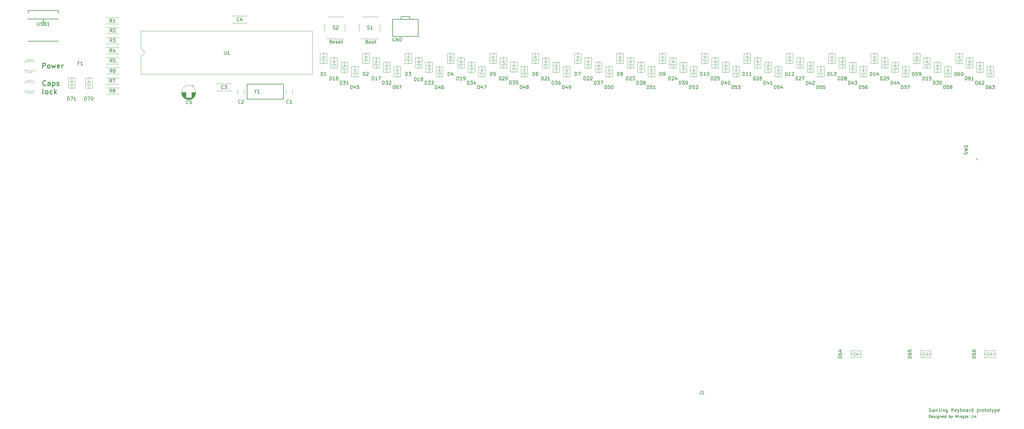
<source format=gbr>
G04 #@! TF.GenerationSoftware,KiCad,Pcbnew,(5.1.4)-1*
G04 #@! TF.CreationDate,2020-09-25T18:27:07-04:00*
G04 #@! TF.ProjectId,Ganjing keyboard,47616e6a-696e-4672-906b-6579626f6172,rev?*
G04 #@! TF.SameCoordinates,Original*
G04 #@! TF.FileFunction,Legend,Top*
G04 #@! TF.FilePolarity,Positive*
%FSLAX46Y46*%
G04 Gerber Fmt 4.6, Leading zero omitted, Abs format (unit mm)*
G04 Created by KiCad (PCBNEW (5.1.4)-1) date 2020-09-25 18:27:07*
%MOMM*%
%LPD*%
G04 APERTURE LIST*
%ADD10C,0.150000*%
%ADD11C,0.120000*%
%ADD12C,0.100000*%
%ADD13C,0.200000*%
%ADD14C,0.203200*%
%ADD15C,0.250000*%
G04 APERTURE END LIST*
D10*
X336728571Y-217561904D02*
X336728571Y-216761904D01*
X336919047Y-216761904D01*
X337033333Y-216800000D01*
X337109523Y-216876190D01*
X337147619Y-216952380D01*
X337185714Y-217104761D01*
X337185714Y-217219047D01*
X337147619Y-217371428D01*
X337109523Y-217447619D01*
X337033333Y-217523809D01*
X336919047Y-217561904D01*
X336728571Y-217561904D01*
X337833333Y-217523809D02*
X337757142Y-217561904D01*
X337604761Y-217561904D01*
X337528571Y-217523809D01*
X337490476Y-217447619D01*
X337490476Y-217142857D01*
X337528571Y-217066666D01*
X337604761Y-217028571D01*
X337757142Y-217028571D01*
X337833333Y-217066666D01*
X337871428Y-217142857D01*
X337871428Y-217219047D01*
X337490476Y-217295238D01*
X338176190Y-217523809D02*
X338252380Y-217561904D01*
X338404761Y-217561904D01*
X338480952Y-217523809D01*
X338519047Y-217447619D01*
X338519047Y-217409523D01*
X338480952Y-217333333D01*
X338404761Y-217295238D01*
X338290476Y-217295238D01*
X338214285Y-217257142D01*
X338176190Y-217180952D01*
X338176190Y-217142857D01*
X338214285Y-217066666D01*
X338290476Y-217028571D01*
X338404761Y-217028571D01*
X338480952Y-217066666D01*
X338861904Y-217561904D02*
X338861904Y-217028571D01*
X338861904Y-216761904D02*
X338823809Y-216800000D01*
X338861904Y-216838095D01*
X338900000Y-216800000D01*
X338861904Y-216761904D01*
X338861904Y-216838095D01*
X339585714Y-217028571D02*
X339585714Y-217676190D01*
X339547619Y-217752380D01*
X339509523Y-217790476D01*
X339433333Y-217828571D01*
X339319047Y-217828571D01*
X339242857Y-217790476D01*
X339585714Y-217523809D02*
X339509523Y-217561904D01*
X339357142Y-217561904D01*
X339280952Y-217523809D01*
X339242857Y-217485714D01*
X339204761Y-217409523D01*
X339204761Y-217180952D01*
X339242857Y-217104761D01*
X339280952Y-217066666D01*
X339357142Y-217028571D01*
X339509523Y-217028571D01*
X339585714Y-217066666D01*
X339966666Y-217028571D02*
X339966666Y-217561904D01*
X339966666Y-217104761D02*
X340004761Y-217066666D01*
X340080952Y-217028571D01*
X340195238Y-217028571D01*
X340271428Y-217066666D01*
X340309523Y-217142857D01*
X340309523Y-217561904D01*
X340995238Y-217523809D02*
X340919047Y-217561904D01*
X340766666Y-217561904D01*
X340690476Y-217523809D01*
X340652380Y-217447619D01*
X340652380Y-217142857D01*
X340690476Y-217066666D01*
X340766666Y-217028571D01*
X340919047Y-217028571D01*
X340995238Y-217066666D01*
X341033333Y-217142857D01*
X341033333Y-217219047D01*
X340652380Y-217295238D01*
X341719047Y-217561904D02*
X341719047Y-216761904D01*
X341719047Y-217523809D02*
X341642857Y-217561904D01*
X341490476Y-217561904D01*
X341414285Y-217523809D01*
X341376190Y-217485714D01*
X341338095Y-217409523D01*
X341338095Y-217180952D01*
X341376190Y-217104761D01*
X341414285Y-217066666D01*
X341490476Y-217028571D01*
X341642857Y-217028571D01*
X341719047Y-217066666D01*
X342709523Y-217561904D02*
X342709523Y-216761904D01*
X342709523Y-217066666D02*
X342785714Y-217028571D01*
X342938095Y-217028571D01*
X343014285Y-217066666D01*
X343052380Y-217104761D01*
X343090476Y-217180952D01*
X343090476Y-217409523D01*
X343052380Y-217485714D01*
X343014285Y-217523809D01*
X342938095Y-217561904D01*
X342785714Y-217561904D01*
X342709523Y-217523809D01*
X343357142Y-217028571D02*
X343547619Y-217561904D01*
X343738095Y-217028571D02*
X343547619Y-217561904D01*
X343471428Y-217752380D01*
X343433333Y-217790476D01*
X343357142Y-217828571D01*
X344652380Y-217561904D02*
X344652380Y-216761904D01*
X344919047Y-217333333D01*
X345185714Y-216761904D01*
X345185714Y-217561904D01*
X345566666Y-217561904D02*
X345566666Y-217028571D01*
X345566666Y-216761904D02*
X345528571Y-216800000D01*
X345566666Y-216838095D01*
X345604761Y-216800000D01*
X345566666Y-216761904D01*
X345566666Y-216838095D01*
X345947619Y-217028571D02*
X345947619Y-217561904D01*
X345947619Y-217104761D02*
X345985714Y-217066666D01*
X346061904Y-217028571D01*
X346176190Y-217028571D01*
X346252380Y-217066666D01*
X346290476Y-217142857D01*
X346290476Y-217561904D01*
X347014285Y-217028571D02*
X347014285Y-217676190D01*
X346976190Y-217752380D01*
X346938095Y-217790476D01*
X346861904Y-217828571D01*
X346747619Y-217828571D01*
X346671428Y-217790476D01*
X347014285Y-217523809D02*
X346938095Y-217561904D01*
X346785714Y-217561904D01*
X346709523Y-217523809D01*
X346671428Y-217485714D01*
X346633333Y-217409523D01*
X346633333Y-217180952D01*
X346671428Y-217104761D01*
X346709523Y-217066666D01*
X346785714Y-217028571D01*
X346938095Y-217028571D01*
X347014285Y-217066666D01*
X347319047Y-217028571D02*
X347738095Y-217028571D01*
X347319047Y-217561904D01*
X347738095Y-217561904D01*
X348347619Y-217523809D02*
X348271428Y-217561904D01*
X348119047Y-217561904D01*
X348042857Y-217523809D01*
X348004761Y-217447619D01*
X348004761Y-217142857D01*
X348042857Y-217066666D01*
X348119047Y-217028571D01*
X348271428Y-217028571D01*
X348347619Y-217066666D01*
X348385714Y-217142857D01*
X348385714Y-217219047D01*
X348004761Y-217295238D01*
X349566666Y-216761904D02*
X349566666Y-217333333D01*
X349528571Y-217447619D01*
X349452380Y-217523809D01*
X349338095Y-217561904D01*
X349261904Y-217561904D01*
X349947619Y-217561904D02*
X349947619Y-217028571D01*
X349947619Y-216761904D02*
X349909523Y-216800000D01*
X349947619Y-216838095D01*
X349985714Y-216800000D01*
X349947619Y-216761904D01*
X349947619Y-216838095D01*
X350328571Y-217028571D02*
X350328571Y-217561904D01*
X350328571Y-217104761D02*
X350366666Y-217066666D01*
X350442857Y-217028571D01*
X350557142Y-217028571D01*
X350633333Y-217066666D01*
X350671428Y-217142857D01*
X350671428Y-217561904D01*
X337342857Y-214800000D02*
X337247619Y-214752380D01*
X337104761Y-214752380D01*
X336961904Y-214800000D01*
X336866666Y-214895238D01*
X336819047Y-214990476D01*
X336771428Y-215180952D01*
X336771428Y-215323809D01*
X336819047Y-215514285D01*
X336866666Y-215609523D01*
X336961904Y-215704761D01*
X337104761Y-215752380D01*
X337200000Y-215752380D01*
X337342857Y-215704761D01*
X337390476Y-215657142D01*
X337390476Y-215323809D01*
X337200000Y-215323809D01*
X338247619Y-215752380D02*
X338247619Y-215228571D01*
X338200000Y-215133333D01*
X338104761Y-215085714D01*
X337914285Y-215085714D01*
X337819047Y-215133333D01*
X338247619Y-215704761D02*
X338152380Y-215752380D01*
X337914285Y-215752380D01*
X337819047Y-215704761D01*
X337771428Y-215609523D01*
X337771428Y-215514285D01*
X337819047Y-215419047D01*
X337914285Y-215371428D01*
X338152380Y-215371428D01*
X338247619Y-215323809D01*
X338723809Y-215085714D02*
X338723809Y-215752380D01*
X338723809Y-215180952D02*
X338771428Y-215133333D01*
X338866666Y-215085714D01*
X339009523Y-215085714D01*
X339104761Y-215133333D01*
X339152380Y-215228571D01*
X339152380Y-215752380D01*
X339914285Y-214752380D02*
X339914285Y-215466666D01*
X339866666Y-215609523D01*
X339771428Y-215704761D01*
X339628571Y-215752380D01*
X339533333Y-215752380D01*
X340390476Y-215752380D02*
X340390476Y-215085714D01*
X340390476Y-214752380D02*
X340342857Y-214800000D01*
X340390476Y-214847619D01*
X340438095Y-214800000D01*
X340390476Y-214752380D01*
X340390476Y-214847619D01*
X340866666Y-215085714D02*
X340866666Y-215752380D01*
X340866666Y-215180952D02*
X340914285Y-215133333D01*
X341009523Y-215085714D01*
X341152380Y-215085714D01*
X341247619Y-215133333D01*
X341295238Y-215228571D01*
X341295238Y-215752380D01*
X342200000Y-215085714D02*
X342200000Y-215895238D01*
X342152380Y-215990476D01*
X342104761Y-216038095D01*
X342009523Y-216085714D01*
X341866666Y-216085714D01*
X341771428Y-216038095D01*
X342200000Y-215704761D02*
X342104761Y-215752380D01*
X341914285Y-215752380D01*
X341819047Y-215704761D01*
X341771428Y-215657142D01*
X341723809Y-215561904D01*
X341723809Y-215276190D01*
X341771428Y-215180952D01*
X341819047Y-215133333D01*
X341914285Y-215085714D01*
X342104761Y-215085714D01*
X342200000Y-215133333D01*
X343438095Y-215752380D02*
X343438095Y-214752380D01*
X344009523Y-215752380D02*
X343580952Y-215180952D01*
X344009523Y-214752380D02*
X343438095Y-215323809D01*
X344819047Y-215704761D02*
X344723809Y-215752380D01*
X344533333Y-215752380D01*
X344438095Y-215704761D01*
X344390476Y-215609523D01*
X344390476Y-215228571D01*
X344438095Y-215133333D01*
X344533333Y-215085714D01*
X344723809Y-215085714D01*
X344819047Y-215133333D01*
X344866666Y-215228571D01*
X344866666Y-215323809D01*
X344390476Y-215419047D01*
X345200000Y-215085714D02*
X345438095Y-215752380D01*
X345676190Y-215085714D02*
X345438095Y-215752380D01*
X345342857Y-215990476D01*
X345295238Y-216038095D01*
X345200000Y-216085714D01*
X346057142Y-215752380D02*
X346057142Y-214752380D01*
X346057142Y-215133333D02*
X346152380Y-215085714D01*
X346342857Y-215085714D01*
X346438095Y-215133333D01*
X346485714Y-215180952D01*
X346533333Y-215276190D01*
X346533333Y-215561904D01*
X346485714Y-215657142D01*
X346438095Y-215704761D01*
X346342857Y-215752380D01*
X346152380Y-215752380D01*
X346057142Y-215704761D01*
X347104761Y-215752380D02*
X347009523Y-215704761D01*
X346961904Y-215657142D01*
X346914285Y-215561904D01*
X346914285Y-215276190D01*
X346961904Y-215180952D01*
X347009523Y-215133333D01*
X347104761Y-215085714D01*
X347247619Y-215085714D01*
X347342857Y-215133333D01*
X347390476Y-215180952D01*
X347438095Y-215276190D01*
X347438095Y-215561904D01*
X347390476Y-215657142D01*
X347342857Y-215704761D01*
X347247619Y-215752380D01*
X347104761Y-215752380D01*
X348295238Y-215752380D02*
X348295238Y-215228571D01*
X348247619Y-215133333D01*
X348152380Y-215085714D01*
X347961904Y-215085714D01*
X347866666Y-215133333D01*
X348295238Y-215704761D02*
X348200000Y-215752380D01*
X347961904Y-215752380D01*
X347866666Y-215704761D01*
X347819047Y-215609523D01*
X347819047Y-215514285D01*
X347866666Y-215419047D01*
X347961904Y-215371428D01*
X348200000Y-215371428D01*
X348295238Y-215323809D01*
X348771428Y-215752380D02*
X348771428Y-215085714D01*
X348771428Y-215276190D02*
X348819047Y-215180952D01*
X348866666Y-215133333D01*
X348961904Y-215085714D01*
X349057142Y-215085714D01*
X349819047Y-215752380D02*
X349819047Y-214752380D01*
X349819047Y-215704761D02*
X349723809Y-215752380D01*
X349533333Y-215752380D01*
X349438095Y-215704761D01*
X349390476Y-215657142D01*
X349342857Y-215561904D01*
X349342857Y-215276190D01*
X349390476Y-215180952D01*
X349438095Y-215133333D01*
X349533333Y-215085714D01*
X349723809Y-215085714D01*
X349819047Y-215133333D01*
X351057142Y-215085714D02*
X351057142Y-216085714D01*
X351057142Y-215133333D02*
X351152380Y-215085714D01*
X351342857Y-215085714D01*
X351438095Y-215133333D01*
X351485714Y-215180952D01*
X351533333Y-215276190D01*
X351533333Y-215561904D01*
X351485714Y-215657142D01*
X351438095Y-215704761D01*
X351342857Y-215752380D01*
X351152380Y-215752380D01*
X351057142Y-215704761D01*
X351961904Y-215752380D02*
X351961904Y-215085714D01*
X351961904Y-215276190D02*
X352009523Y-215180952D01*
X352057142Y-215133333D01*
X352152380Y-215085714D01*
X352247619Y-215085714D01*
X352723809Y-215752380D02*
X352628571Y-215704761D01*
X352580952Y-215657142D01*
X352533333Y-215561904D01*
X352533333Y-215276190D01*
X352580952Y-215180952D01*
X352628571Y-215133333D01*
X352723809Y-215085714D01*
X352866666Y-215085714D01*
X352961904Y-215133333D01*
X353009523Y-215180952D01*
X353057142Y-215276190D01*
X353057142Y-215561904D01*
X353009523Y-215657142D01*
X352961904Y-215704761D01*
X352866666Y-215752380D01*
X352723809Y-215752380D01*
X353342857Y-215085714D02*
X353723809Y-215085714D01*
X353485714Y-214752380D02*
X353485714Y-215609523D01*
X353533333Y-215704761D01*
X353628571Y-215752380D01*
X353723809Y-215752380D01*
X354200000Y-215752380D02*
X354104761Y-215704761D01*
X354057142Y-215657142D01*
X354009523Y-215561904D01*
X354009523Y-215276190D01*
X354057142Y-215180952D01*
X354104761Y-215133333D01*
X354200000Y-215085714D01*
X354342857Y-215085714D01*
X354438095Y-215133333D01*
X354485714Y-215180952D01*
X354533333Y-215276190D01*
X354533333Y-215561904D01*
X354485714Y-215657142D01*
X354438095Y-215704761D01*
X354342857Y-215752380D01*
X354200000Y-215752380D01*
X354819047Y-215085714D02*
X355200000Y-215085714D01*
X354961904Y-214752380D02*
X354961904Y-215609523D01*
X355009523Y-215704761D01*
X355104761Y-215752380D01*
X355200000Y-215752380D01*
X355438095Y-215085714D02*
X355676190Y-215752380D01*
X355914285Y-215085714D02*
X355676190Y-215752380D01*
X355580952Y-215990476D01*
X355533333Y-216038095D01*
X355438095Y-216085714D01*
X356295238Y-215085714D02*
X356295238Y-216085714D01*
X356295238Y-215133333D02*
X356390476Y-215085714D01*
X356580952Y-215085714D01*
X356676190Y-215133333D01*
X356723809Y-215180952D01*
X356771428Y-215276190D01*
X356771428Y-215561904D01*
X356723809Y-215657142D01*
X356676190Y-215704761D01*
X356580952Y-215752380D01*
X356390476Y-215752380D01*
X356295238Y-215704761D01*
X357580952Y-215704761D02*
X357485714Y-215752380D01*
X357295238Y-215752380D01*
X357200000Y-215704761D01*
X357152380Y-215609523D01*
X357152380Y-215228571D01*
X357200000Y-215133333D01*
X357295238Y-215085714D01*
X357485714Y-215085714D01*
X357580952Y-215133333D01*
X357628571Y-215228571D01*
X357628571Y-215323809D01*
X357152380Y-215419047D01*
D11*
X351125000Y-140493750D02*
X350825000Y-140793750D01*
X350825000Y-140793750D02*
X350825000Y-140193750D01*
X350825000Y-140193750D02*
X351125000Y-140493750D01*
D10*
X133875000Y-118150000D02*
X144725000Y-118150000D01*
X133875000Y-122650000D02*
X133875000Y-118150000D01*
X144725000Y-122650000D02*
X133875000Y-122650000D01*
X144725000Y-118150000D02*
X144725000Y-122650000D01*
D11*
X155600000Y-108990000D02*
X155600000Y-111960000D01*
X157600000Y-108980000D02*
X157590000Y-111970000D01*
X155600000Y-111970000D02*
X157590000Y-111970000D01*
X156610000Y-112180000D02*
X156610000Y-111060000D01*
X156610000Y-108720000D02*
X156610000Y-110000000D01*
X155600000Y-108980000D02*
X157600000Y-108980000D01*
X156610000Y-110110000D02*
X157150000Y-111060000D01*
X156600000Y-110120000D02*
X156070000Y-111030000D01*
X156070000Y-111060000D02*
X157150000Y-111060000D01*
X156070000Y-110010000D02*
X157150000Y-110010000D01*
X168200000Y-108990000D02*
X168200000Y-111960000D01*
X170200000Y-108980000D02*
X170190000Y-111970000D01*
X168200000Y-111970000D02*
X170190000Y-111970000D01*
X169210000Y-112180000D02*
X169210000Y-111060000D01*
X169210000Y-108720000D02*
X169210000Y-110000000D01*
X168200000Y-108980000D02*
X170200000Y-108980000D01*
X169210000Y-110110000D02*
X169750000Y-111060000D01*
X169200000Y-110120000D02*
X168670000Y-111030000D01*
X168670000Y-111060000D02*
X169750000Y-111060000D01*
X168670000Y-110010000D02*
X169750000Y-110010000D01*
X180800000Y-108990000D02*
X180800000Y-111960000D01*
X182800000Y-108980000D02*
X182790000Y-111970000D01*
X180800000Y-111970000D02*
X182790000Y-111970000D01*
X181810000Y-112180000D02*
X181810000Y-111060000D01*
X181810000Y-108720000D02*
X181810000Y-110000000D01*
X180800000Y-108980000D02*
X182800000Y-108980000D01*
X181810000Y-110110000D02*
X182350000Y-111060000D01*
X181800000Y-110120000D02*
X181270000Y-111030000D01*
X181270000Y-111060000D02*
X182350000Y-111060000D01*
X181270000Y-110010000D02*
X182350000Y-110010000D01*
X193400000Y-108990000D02*
X193400000Y-111960000D01*
X195400000Y-108980000D02*
X195390000Y-111970000D01*
X193400000Y-111970000D02*
X195390000Y-111970000D01*
X194410000Y-112180000D02*
X194410000Y-111060000D01*
X194410000Y-108720000D02*
X194410000Y-110000000D01*
X193400000Y-108980000D02*
X195400000Y-108980000D01*
X194410000Y-110110000D02*
X194950000Y-111060000D01*
X194400000Y-110120000D02*
X193870000Y-111030000D01*
X193870000Y-111060000D02*
X194950000Y-111060000D01*
X193870000Y-110010000D02*
X194950000Y-110010000D01*
X206000000Y-108990000D02*
X206000000Y-111960000D01*
X208000000Y-108980000D02*
X207990000Y-111970000D01*
X206000000Y-111970000D02*
X207990000Y-111970000D01*
X207010000Y-112180000D02*
X207010000Y-111060000D01*
X207010000Y-108720000D02*
X207010000Y-110000000D01*
X206000000Y-108980000D02*
X208000000Y-108980000D01*
X207010000Y-110110000D02*
X207550000Y-111060000D01*
X207000000Y-110120000D02*
X206470000Y-111030000D01*
X206470000Y-111060000D02*
X207550000Y-111060000D01*
X206470000Y-110010000D02*
X207550000Y-110010000D01*
X218600000Y-108990000D02*
X218600000Y-111960000D01*
X220600000Y-108980000D02*
X220590000Y-111970000D01*
X218600000Y-111970000D02*
X220590000Y-111970000D01*
X219610000Y-112180000D02*
X219610000Y-111060000D01*
X219610000Y-108720000D02*
X219610000Y-110000000D01*
X218600000Y-108980000D02*
X220600000Y-108980000D01*
X219610000Y-110110000D02*
X220150000Y-111060000D01*
X219600000Y-110120000D02*
X219070000Y-111030000D01*
X219070000Y-111060000D02*
X220150000Y-111060000D01*
X219070000Y-110010000D02*
X220150000Y-110010000D01*
X231200000Y-108990000D02*
X231200000Y-111960000D01*
X233200000Y-108980000D02*
X233190000Y-111970000D01*
X231200000Y-111970000D02*
X233190000Y-111970000D01*
X232210000Y-112180000D02*
X232210000Y-111060000D01*
X232210000Y-108720000D02*
X232210000Y-110000000D01*
X231200000Y-108980000D02*
X233200000Y-108980000D01*
X232210000Y-110110000D02*
X232750000Y-111060000D01*
X232200000Y-110120000D02*
X231670000Y-111030000D01*
X231670000Y-111060000D02*
X232750000Y-111060000D01*
X231670000Y-110010000D02*
X232750000Y-110010000D01*
X243800000Y-108990000D02*
X243800000Y-111960000D01*
X245800000Y-108980000D02*
X245790000Y-111970000D01*
X243800000Y-111970000D02*
X245790000Y-111970000D01*
X244810000Y-112180000D02*
X244810000Y-111060000D01*
X244810000Y-108720000D02*
X244810000Y-110000000D01*
X243800000Y-108980000D02*
X245800000Y-108980000D01*
X244810000Y-110110000D02*
X245350000Y-111060000D01*
X244800000Y-110120000D02*
X244270000Y-111030000D01*
X244270000Y-111060000D02*
X245350000Y-111060000D01*
X244270000Y-110010000D02*
X245350000Y-110010000D01*
X256400000Y-108990000D02*
X256400000Y-111960000D01*
X258400000Y-108980000D02*
X258390000Y-111970000D01*
X256400000Y-111970000D02*
X258390000Y-111970000D01*
X257410000Y-112180000D02*
X257410000Y-111060000D01*
X257410000Y-108720000D02*
X257410000Y-110000000D01*
X256400000Y-108980000D02*
X258400000Y-108980000D01*
X257410000Y-110110000D02*
X257950000Y-111060000D01*
X257400000Y-110120000D02*
X256870000Y-111030000D01*
X256870000Y-111060000D02*
X257950000Y-111060000D01*
X256870000Y-110010000D02*
X257950000Y-110010000D01*
X269000000Y-108990000D02*
X269000000Y-111960000D01*
X271000000Y-108980000D02*
X270990000Y-111970000D01*
X269000000Y-111970000D02*
X270990000Y-111970000D01*
X270010000Y-112180000D02*
X270010000Y-111060000D01*
X270010000Y-108720000D02*
X270010000Y-110000000D01*
X269000000Y-108980000D02*
X271000000Y-108980000D01*
X270010000Y-110110000D02*
X270550000Y-111060000D01*
X270000000Y-110120000D02*
X269470000Y-111030000D01*
X269470000Y-111060000D02*
X270550000Y-111060000D01*
X269470000Y-110010000D02*
X270550000Y-110010000D01*
X281600000Y-108990000D02*
X281600000Y-111960000D01*
X283600000Y-108980000D02*
X283590000Y-111970000D01*
X281600000Y-111970000D02*
X283590000Y-111970000D01*
X282610000Y-112180000D02*
X282610000Y-111060000D01*
X282610000Y-108720000D02*
X282610000Y-110000000D01*
X281600000Y-108980000D02*
X283600000Y-108980000D01*
X282610000Y-110110000D02*
X283150000Y-111060000D01*
X282600000Y-110120000D02*
X282070000Y-111030000D01*
X282070000Y-111060000D02*
X283150000Y-111060000D01*
X282070000Y-110010000D02*
X283150000Y-110010000D01*
X294200000Y-109040000D02*
X294200000Y-112010000D01*
X296200000Y-109030000D02*
X296190000Y-112020000D01*
X294200000Y-112020000D02*
X296190000Y-112020000D01*
X295210000Y-112230000D02*
X295210000Y-111110000D01*
X295210000Y-108770000D02*
X295210000Y-110050000D01*
X294200000Y-109030000D02*
X296200000Y-109030000D01*
X295210000Y-110160000D02*
X295750000Y-111110000D01*
X295200000Y-110170000D02*
X294670000Y-111080000D01*
X294670000Y-111110000D02*
X295750000Y-111110000D01*
X294670000Y-110060000D02*
X295750000Y-110060000D01*
X306800000Y-109040000D02*
X306800000Y-112010000D01*
X308800000Y-109030000D02*
X308790000Y-112020000D01*
X306800000Y-112020000D02*
X308790000Y-112020000D01*
X307810000Y-112230000D02*
X307810000Y-111110000D01*
X307810000Y-108770000D02*
X307810000Y-110050000D01*
X306800000Y-109030000D02*
X308800000Y-109030000D01*
X307810000Y-110160000D02*
X308350000Y-111110000D01*
X307800000Y-110170000D02*
X307270000Y-111080000D01*
X307270000Y-111110000D02*
X308350000Y-111110000D01*
X307270000Y-110060000D02*
X308350000Y-110060000D01*
X319400000Y-109040000D02*
X319400000Y-112010000D01*
X321400000Y-109030000D02*
X321390000Y-112020000D01*
X319400000Y-112020000D02*
X321390000Y-112020000D01*
X320410000Y-112230000D02*
X320410000Y-111110000D01*
X320410000Y-108770000D02*
X320410000Y-110050000D01*
X319400000Y-109030000D02*
X321400000Y-109030000D01*
X320410000Y-110160000D02*
X320950000Y-111110000D01*
X320400000Y-110170000D02*
X319870000Y-111080000D01*
X319870000Y-111110000D02*
X320950000Y-111110000D01*
X319870000Y-110060000D02*
X320950000Y-110060000D01*
X335100000Y-110340000D02*
X335100000Y-113310000D01*
X337100000Y-110330000D02*
X337090000Y-113320000D01*
X335100000Y-113320000D02*
X337090000Y-113320000D01*
X336110000Y-113530000D02*
X336110000Y-112410000D01*
X336110000Y-110070000D02*
X336110000Y-111350000D01*
X335100000Y-110330000D02*
X337100000Y-110330000D01*
X336110000Y-111460000D02*
X336650000Y-112410000D01*
X336100000Y-111470000D02*
X335570000Y-112380000D01*
X335570000Y-112410000D02*
X336650000Y-112410000D01*
X335570000Y-111360000D02*
X336650000Y-111360000D01*
X158700000Y-110340000D02*
X158700000Y-113310000D01*
X160700000Y-110330000D02*
X160690000Y-113320000D01*
X158700000Y-113320000D02*
X160690000Y-113320000D01*
X159710000Y-113530000D02*
X159710000Y-112410000D01*
X159710000Y-110070000D02*
X159710000Y-111350000D01*
X158700000Y-110330000D02*
X160700000Y-110330000D01*
X159710000Y-111460000D02*
X160250000Y-112410000D01*
X159700000Y-111470000D02*
X159170000Y-112380000D01*
X159170000Y-112410000D02*
X160250000Y-112410000D01*
X159170000Y-111360000D02*
X160250000Y-111360000D01*
X171300000Y-110340000D02*
X171300000Y-113310000D01*
X173300000Y-110330000D02*
X173290000Y-113320000D01*
X171300000Y-113320000D02*
X173290000Y-113320000D01*
X172310000Y-113530000D02*
X172310000Y-112410000D01*
X172310000Y-110070000D02*
X172310000Y-111350000D01*
X171300000Y-110330000D02*
X173300000Y-110330000D01*
X172310000Y-111460000D02*
X172850000Y-112410000D01*
X172300000Y-111470000D02*
X171770000Y-112380000D01*
X171770000Y-112410000D02*
X172850000Y-112410000D01*
X171770000Y-111360000D02*
X172850000Y-111360000D01*
X183900000Y-110340000D02*
X183900000Y-113310000D01*
X185900000Y-110330000D02*
X185890000Y-113320000D01*
X183900000Y-113320000D02*
X185890000Y-113320000D01*
X184910000Y-113530000D02*
X184910000Y-112410000D01*
X184910000Y-110070000D02*
X184910000Y-111350000D01*
X183900000Y-110330000D02*
X185900000Y-110330000D01*
X184910000Y-111460000D02*
X185450000Y-112410000D01*
X184900000Y-111470000D02*
X184370000Y-112380000D01*
X184370000Y-112410000D02*
X185450000Y-112410000D01*
X184370000Y-111360000D02*
X185450000Y-111360000D01*
X196500000Y-110340000D02*
X196500000Y-113310000D01*
X198500000Y-110330000D02*
X198490000Y-113320000D01*
X196500000Y-113320000D02*
X198490000Y-113320000D01*
X197510000Y-113530000D02*
X197510000Y-112410000D01*
X197510000Y-110070000D02*
X197510000Y-111350000D01*
X196500000Y-110330000D02*
X198500000Y-110330000D01*
X197510000Y-111460000D02*
X198050000Y-112410000D01*
X197500000Y-111470000D02*
X196970000Y-112380000D01*
X196970000Y-112410000D02*
X198050000Y-112410000D01*
X196970000Y-111360000D02*
X198050000Y-111360000D01*
X209100000Y-110340000D02*
X209100000Y-113310000D01*
X211100000Y-110330000D02*
X211090000Y-113320000D01*
X209100000Y-113320000D02*
X211090000Y-113320000D01*
X210110000Y-113530000D02*
X210110000Y-112410000D01*
X210110000Y-110070000D02*
X210110000Y-111350000D01*
X209100000Y-110330000D02*
X211100000Y-110330000D01*
X210110000Y-111460000D02*
X210650000Y-112410000D01*
X210100000Y-111470000D02*
X209570000Y-112380000D01*
X209570000Y-112410000D02*
X210650000Y-112410000D01*
X209570000Y-111360000D02*
X210650000Y-111360000D01*
X221700000Y-110370000D02*
X221700000Y-113340000D01*
X223700000Y-110360000D02*
X223690000Y-113350000D01*
X221700000Y-113350000D02*
X223690000Y-113350000D01*
X222710000Y-113560000D02*
X222710000Y-112440000D01*
X222710000Y-110100000D02*
X222710000Y-111380000D01*
X221700000Y-110360000D02*
X223700000Y-110360000D01*
X222710000Y-111490000D02*
X223250000Y-112440000D01*
X222700000Y-111500000D02*
X222170000Y-112410000D01*
X222170000Y-112440000D02*
X223250000Y-112440000D01*
X222170000Y-111390000D02*
X223250000Y-111390000D01*
X234300000Y-110340000D02*
X234300000Y-113310000D01*
X236300000Y-110330000D02*
X236290000Y-113320000D01*
X234300000Y-113320000D02*
X236290000Y-113320000D01*
X235310000Y-113530000D02*
X235310000Y-112410000D01*
X235310000Y-110070000D02*
X235310000Y-111350000D01*
X234300000Y-110330000D02*
X236300000Y-110330000D01*
X235310000Y-111460000D02*
X235850000Y-112410000D01*
X235300000Y-111470000D02*
X234770000Y-112380000D01*
X234770000Y-112410000D02*
X235850000Y-112410000D01*
X234770000Y-111360000D02*
X235850000Y-111360000D01*
X246900000Y-110340000D02*
X246900000Y-113310000D01*
X248900000Y-110330000D02*
X248890000Y-113320000D01*
X246900000Y-113320000D02*
X248890000Y-113320000D01*
X247910000Y-113530000D02*
X247910000Y-112410000D01*
X247910000Y-110070000D02*
X247910000Y-111350000D01*
X246900000Y-110330000D02*
X248900000Y-110330000D01*
X247910000Y-111460000D02*
X248450000Y-112410000D01*
X247900000Y-111470000D02*
X247370000Y-112380000D01*
X247370000Y-112410000D02*
X248450000Y-112410000D01*
X247370000Y-111360000D02*
X248450000Y-111360000D01*
X259500000Y-110340000D02*
X259500000Y-113310000D01*
X261500000Y-110330000D02*
X261490000Y-113320000D01*
X259500000Y-113320000D02*
X261490000Y-113320000D01*
X260510000Y-113530000D02*
X260510000Y-112410000D01*
X260510000Y-110070000D02*
X260510000Y-111350000D01*
X259500000Y-110330000D02*
X261500000Y-110330000D01*
X260510000Y-111460000D02*
X261050000Y-112410000D01*
X260500000Y-111470000D02*
X259970000Y-112380000D01*
X259970000Y-112410000D02*
X261050000Y-112410000D01*
X259970000Y-111360000D02*
X261050000Y-111360000D01*
X272100000Y-110340000D02*
X272100000Y-113310000D01*
X274100000Y-110330000D02*
X274090000Y-113320000D01*
X272100000Y-113320000D02*
X274090000Y-113320000D01*
X273110000Y-113530000D02*
X273110000Y-112410000D01*
X273110000Y-110070000D02*
X273110000Y-111350000D01*
X272100000Y-110330000D02*
X274100000Y-110330000D01*
X273110000Y-111460000D02*
X273650000Y-112410000D01*
X273100000Y-111470000D02*
X272570000Y-112380000D01*
X272570000Y-112410000D02*
X273650000Y-112410000D01*
X272570000Y-111360000D02*
X273650000Y-111360000D01*
X284700000Y-110340000D02*
X284700000Y-113310000D01*
X286700000Y-110330000D02*
X286690000Y-113320000D01*
X284700000Y-113320000D02*
X286690000Y-113320000D01*
X285710000Y-113530000D02*
X285710000Y-112410000D01*
X285710000Y-110070000D02*
X285710000Y-111350000D01*
X284700000Y-110330000D02*
X286700000Y-110330000D01*
X285710000Y-111460000D02*
X286250000Y-112410000D01*
X285700000Y-111470000D02*
X285170000Y-112380000D01*
X285170000Y-112410000D02*
X286250000Y-112410000D01*
X285170000Y-111360000D02*
X286250000Y-111360000D01*
X297300000Y-110340000D02*
X297300000Y-113310000D01*
X299300000Y-110330000D02*
X299290000Y-113320000D01*
X297300000Y-113320000D02*
X299290000Y-113320000D01*
X298310000Y-113530000D02*
X298310000Y-112410000D01*
X298310000Y-110070000D02*
X298310000Y-111350000D01*
X297300000Y-110330000D02*
X299300000Y-110330000D01*
X298310000Y-111460000D02*
X298850000Y-112410000D01*
X298300000Y-111470000D02*
X297770000Y-112380000D01*
X297770000Y-112410000D02*
X298850000Y-112410000D01*
X297770000Y-111360000D02*
X298850000Y-111360000D01*
X309900000Y-110340000D02*
X309900000Y-113310000D01*
X311900000Y-110330000D02*
X311890000Y-113320000D01*
X309900000Y-113320000D02*
X311890000Y-113320000D01*
X310910000Y-113530000D02*
X310910000Y-112410000D01*
X310910000Y-110070000D02*
X310910000Y-111350000D01*
X309900000Y-110330000D02*
X311900000Y-110330000D01*
X310910000Y-111460000D02*
X311450000Y-112410000D01*
X310900000Y-111470000D02*
X310370000Y-112380000D01*
X310370000Y-112410000D02*
X311450000Y-112410000D01*
X310370000Y-111360000D02*
X311450000Y-111360000D01*
X322500000Y-110340000D02*
X322500000Y-113310000D01*
X324500000Y-110330000D02*
X324490000Y-113320000D01*
X322500000Y-113320000D02*
X324490000Y-113320000D01*
X323510000Y-113530000D02*
X323510000Y-112410000D01*
X323510000Y-110070000D02*
X323510000Y-111350000D01*
X322500000Y-110330000D02*
X324500000Y-110330000D01*
X323510000Y-111460000D02*
X324050000Y-112410000D01*
X323500000Y-111470000D02*
X322970000Y-112380000D01*
X322970000Y-112410000D02*
X324050000Y-112410000D01*
X322970000Y-111360000D02*
X324050000Y-111360000D01*
X338200000Y-111640000D02*
X338200000Y-114610000D01*
X340200000Y-111630000D02*
X340190000Y-114620000D01*
X338200000Y-114620000D02*
X340190000Y-114620000D01*
X339210000Y-114830000D02*
X339210000Y-113710000D01*
X339210000Y-111370000D02*
X339210000Y-112650000D01*
X338200000Y-111630000D02*
X340200000Y-111630000D01*
X339210000Y-112760000D02*
X339750000Y-113710000D01*
X339200000Y-112770000D02*
X338670000Y-113680000D01*
X338670000Y-113710000D02*
X339750000Y-113710000D01*
X338670000Y-112660000D02*
X339750000Y-112660000D01*
X161800000Y-111640000D02*
X161800000Y-114610000D01*
X163800000Y-111630000D02*
X163790000Y-114620000D01*
X161800000Y-114620000D02*
X163790000Y-114620000D01*
X162810000Y-114830000D02*
X162810000Y-113710000D01*
X162810000Y-111370000D02*
X162810000Y-112650000D01*
X161800000Y-111630000D02*
X163800000Y-111630000D01*
X162810000Y-112760000D02*
X163350000Y-113710000D01*
X162800000Y-112770000D02*
X162270000Y-113680000D01*
X162270000Y-113710000D02*
X163350000Y-113710000D01*
X162270000Y-112660000D02*
X163350000Y-112660000D01*
X174400000Y-111640000D02*
X174400000Y-114610000D01*
X176400000Y-111630000D02*
X176390000Y-114620000D01*
X174400000Y-114620000D02*
X176390000Y-114620000D01*
X175410000Y-114830000D02*
X175410000Y-113710000D01*
X175410000Y-111370000D02*
X175410000Y-112650000D01*
X174400000Y-111630000D02*
X176400000Y-111630000D01*
X175410000Y-112760000D02*
X175950000Y-113710000D01*
X175400000Y-112770000D02*
X174870000Y-113680000D01*
X174870000Y-113710000D02*
X175950000Y-113710000D01*
X174870000Y-112660000D02*
X175950000Y-112660000D01*
X187000000Y-111640000D02*
X187000000Y-114610000D01*
X189000000Y-111630000D02*
X188990000Y-114620000D01*
X187000000Y-114620000D02*
X188990000Y-114620000D01*
X188010000Y-114830000D02*
X188010000Y-113710000D01*
X188010000Y-111370000D02*
X188010000Y-112650000D01*
X187000000Y-111630000D02*
X189000000Y-111630000D01*
X188010000Y-112760000D02*
X188550000Y-113710000D01*
X188000000Y-112770000D02*
X187470000Y-113680000D01*
X187470000Y-113710000D02*
X188550000Y-113710000D01*
X187470000Y-112660000D02*
X188550000Y-112660000D01*
X199600000Y-111640000D02*
X199600000Y-114610000D01*
X201600000Y-111630000D02*
X201590000Y-114620000D01*
X199600000Y-114620000D02*
X201590000Y-114620000D01*
X200610000Y-114830000D02*
X200610000Y-113710000D01*
X200610000Y-111370000D02*
X200610000Y-112650000D01*
X199600000Y-111630000D02*
X201600000Y-111630000D01*
X200610000Y-112760000D02*
X201150000Y-113710000D01*
X200600000Y-112770000D02*
X200070000Y-113680000D01*
X200070000Y-113710000D02*
X201150000Y-113710000D01*
X200070000Y-112660000D02*
X201150000Y-112660000D01*
X212200000Y-111540000D02*
X212200000Y-114510000D01*
X214200000Y-111530000D02*
X214190000Y-114520000D01*
X212200000Y-114520000D02*
X214190000Y-114520000D01*
X213210000Y-114730000D02*
X213210000Y-113610000D01*
X213210000Y-111270000D02*
X213210000Y-112550000D01*
X212200000Y-111530000D02*
X214200000Y-111530000D01*
X213210000Y-112660000D02*
X213750000Y-113610000D01*
X213200000Y-112670000D02*
X212670000Y-113580000D01*
X212670000Y-113610000D02*
X213750000Y-113610000D01*
X212670000Y-112560000D02*
X213750000Y-112560000D01*
X224800000Y-111640000D02*
X224800000Y-114610000D01*
X226800000Y-111630000D02*
X226790000Y-114620000D01*
X224800000Y-114620000D02*
X226790000Y-114620000D01*
X225810000Y-114830000D02*
X225810000Y-113710000D01*
X225810000Y-111370000D02*
X225810000Y-112650000D01*
X224800000Y-111630000D02*
X226800000Y-111630000D01*
X225810000Y-112760000D02*
X226350000Y-113710000D01*
X225800000Y-112770000D02*
X225270000Y-113680000D01*
X225270000Y-113710000D02*
X226350000Y-113710000D01*
X225270000Y-112660000D02*
X226350000Y-112660000D01*
X237400000Y-111640000D02*
X237400000Y-114610000D01*
X239400000Y-111630000D02*
X239390000Y-114620000D01*
X237400000Y-114620000D02*
X239390000Y-114620000D01*
X238410000Y-114830000D02*
X238410000Y-113710000D01*
X238410000Y-111370000D02*
X238410000Y-112650000D01*
X237400000Y-111630000D02*
X239400000Y-111630000D01*
X238410000Y-112760000D02*
X238950000Y-113710000D01*
X238400000Y-112770000D02*
X237870000Y-113680000D01*
X237870000Y-113710000D02*
X238950000Y-113710000D01*
X237870000Y-112660000D02*
X238950000Y-112660000D01*
X250000000Y-111640000D02*
X250000000Y-114610000D01*
X252000000Y-111630000D02*
X251990000Y-114620000D01*
X250000000Y-114620000D02*
X251990000Y-114620000D01*
X251010000Y-114830000D02*
X251010000Y-113710000D01*
X251010000Y-111370000D02*
X251010000Y-112650000D01*
X250000000Y-111630000D02*
X252000000Y-111630000D01*
X251010000Y-112760000D02*
X251550000Y-113710000D01*
X251000000Y-112770000D02*
X250470000Y-113680000D01*
X250470000Y-113710000D02*
X251550000Y-113710000D01*
X250470000Y-112660000D02*
X251550000Y-112660000D01*
X262600000Y-111640000D02*
X262600000Y-114610000D01*
X264600000Y-111630000D02*
X264590000Y-114620000D01*
X262600000Y-114620000D02*
X264590000Y-114620000D01*
X263610000Y-114830000D02*
X263610000Y-113710000D01*
X263610000Y-111370000D02*
X263610000Y-112650000D01*
X262600000Y-111630000D02*
X264600000Y-111630000D01*
X263610000Y-112760000D02*
X264150000Y-113710000D01*
X263600000Y-112770000D02*
X263070000Y-113680000D01*
X263070000Y-113710000D02*
X264150000Y-113710000D01*
X263070000Y-112660000D02*
X264150000Y-112660000D01*
X275200000Y-111640000D02*
X275200000Y-114610000D01*
X277200000Y-111630000D02*
X277190000Y-114620000D01*
X275200000Y-114620000D02*
X277190000Y-114620000D01*
X276210000Y-114830000D02*
X276210000Y-113710000D01*
X276210000Y-111370000D02*
X276210000Y-112650000D01*
X275200000Y-111630000D02*
X277200000Y-111630000D01*
X276210000Y-112760000D02*
X276750000Y-113710000D01*
X276200000Y-112770000D02*
X275670000Y-113680000D01*
X275670000Y-113710000D02*
X276750000Y-113710000D01*
X275670000Y-112660000D02*
X276750000Y-112660000D01*
X287800000Y-111640000D02*
X287800000Y-114610000D01*
X289800000Y-111630000D02*
X289790000Y-114620000D01*
X287800000Y-114620000D02*
X289790000Y-114620000D01*
X288810000Y-114830000D02*
X288810000Y-113710000D01*
X288810000Y-111370000D02*
X288810000Y-112650000D01*
X287800000Y-111630000D02*
X289800000Y-111630000D01*
X288810000Y-112760000D02*
X289350000Y-113710000D01*
X288800000Y-112770000D02*
X288270000Y-113680000D01*
X288270000Y-113710000D02*
X289350000Y-113710000D01*
X288270000Y-112660000D02*
X289350000Y-112660000D01*
X300400000Y-111640000D02*
X300400000Y-114610000D01*
X302400000Y-111630000D02*
X302390000Y-114620000D01*
X300400000Y-114620000D02*
X302390000Y-114620000D01*
X301410000Y-114830000D02*
X301410000Y-113710000D01*
X301410000Y-111370000D02*
X301410000Y-112650000D01*
X300400000Y-111630000D02*
X302400000Y-111630000D01*
X301410000Y-112760000D02*
X301950000Y-113710000D01*
X301400000Y-112770000D02*
X300870000Y-113680000D01*
X300870000Y-113710000D02*
X301950000Y-113710000D01*
X300870000Y-112660000D02*
X301950000Y-112660000D01*
X313000000Y-111640000D02*
X313000000Y-114610000D01*
X315000000Y-111630000D02*
X314990000Y-114620000D01*
X313000000Y-114620000D02*
X314990000Y-114620000D01*
X314010000Y-114830000D02*
X314010000Y-113710000D01*
X314010000Y-111370000D02*
X314010000Y-112650000D01*
X313000000Y-111630000D02*
X315000000Y-111630000D01*
X314010000Y-112760000D02*
X314550000Y-113710000D01*
X314000000Y-112770000D02*
X313470000Y-113680000D01*
X313470000Y-113710000D02*
X314550000Y-113710000D01*
X313470000Y-112660000D02*
X314550000Y-112660000D01*
X325600000Y-111640000D02*
X325600000Y-114610000D01*
X327600000Y-111630000D02*
X327590000Y-114620000D01*
X325600000Y-114620000D02*
X327590000Y-114620000D01*
X326610000Y-114830000D02*
X326610000Y-113710000D01*
X326610000Y-111370000D02*
X326610000Y-112650000D01*
X325600000Y-111630000D02*
X327600000Y-111630000D01*
X326610000Y-112760000D02*
X327150000Y-113710000D01*
X326600000Y-112770000D02*
X326070000Y-113680000D01*
X326070000Y-113710000D02*
X327150000Y-113710000D01*
X326070000Y-112660000D02*
X327150000Y-112660000D01*
X164900000Y-112940000D02*
X164900000Y-115910000D01*
X166900000Y-112930000D02*
X166890000Y-115920000D01*
X164900000Y-115920000D02*
X166890000Y-115920000D01*
X165910000Y-116130000D02*
X165910000Y-115010000D01*
X165910000Y-112670000D02*
X165910000Y-113950000D01*
X164900000Y-112930000D02*
X166900000Y-112930000D01*
X165910000Y-114060000D02*
X166450000Y-115010000D01*
X165900000Y-114070000D02*
X165370000Y-114980000D01*
X165370000Y-115010000D02*
X166450000Y-115010000D01*
X165370000Y-113960000D02*
X166450000Y-113960000D01*
X190100000Y-112970000D02*
X190100000Y-115940000D01*
X192100000Y-112960000D02*
X192090000Y-115950000D01*
X190100000Y-115950000D02*
X192090000Y-115950000D01*
X191110000Y-116160000D02*
X191110000Y-115040000D01*
X191110000Y-112700000D02*
X191110000Y-113980000D01*
X190100000Y-112960000D02*
X192100000Y-112960000D01*
X191110000Y-114090000D02*
X191650000Y-115040000D01*
X191100000Y-114100000D02*
X190570000Y-115010000D01*
X190570000Y-115040000D02*
X191650000Y-115040000D01*
X190570000Y-113990000D02*
X191650000Y-113990000D01*
X202700000Y-112940000D02*
X202700000Y-115910000D01*
X204700000Y-112930000D02*
X204690000Y-115920000D01*
X202700000Y-115920000D02*
X204690000Y-115920000D01*
X203710000Y-116130000D02*
X203710000Y-115010000D01*
X203710000Y-112670000D02*
X203710000Y-113950000D01*
X202700000Y-112930000D02*
X204700000Y-112930000D01*
X203710000Y-114060000D02*
X204250000Y-115010000D01*
X203700000Y-114070000D02*
X203170000Y-114980000D01*
X203170000Y-115010000D02*
X204250000Y-115010000D01*
X203170000Y-113960000D02*
X204250000Y-113960000D01*
X215300000Y-112940000D02*
X215300000Y-115910000D01*
X217300000Y-112930000D02*
X217290000Y-115920000D01*
X215300000Y-115920000D02*
X217290000Y-115920000D01*
X216310000Y-116130000D02*
X216310000Y-115010000D01*
X216310000Y-112670000D02*
X216310000Y-113950000D01*
X215300000Y-112930000D02*
X217300000Y-112930000D01*
X216310000Y-114060000D02*
X216850000Y-115010000D01*
X216300000Y-114070000D02*
X215770000Y-114980000D01*
X215770000Y-115010000D02*
X216850000Y-115010000D01*
X215770000Y-113960000D02*
X216850000Y-113960000D01*
X227900000Y-112940000D02*
X227900000Y-115910000D01*
X229900000Y-112930000D02*
X229890000Y-115920000D01*
X227900000Y-115920000D02*
X229890000Y-115920000D01*
X228910000Y-116130000D02*
X228910000Y-115010000D01*
X228910000Y-112670000D02*
X228910000Y-113950000D01*
X227900000Y-112930000D02*
X229900000Y-112930000D01*
X228910000Y-114060000D02*
X229450000Y-115010000D01*
X228900000Y-114070000D02*
X228370000Y-114980000D01*
X228370000Y-115010000D02*
X229450000Y-115010000D01*
X228370000Y-113960000D02*
X229450000Y-113960000D01*
X240500000Y-112940000D02*
X240500000Y-115910000D01*
X242500000Y-112930000D02*
X242490000Y-115920000D01*
X240500000Y-115920000D02*
X242490000Y-115920000D01*
X241510000Y-116130000D02*
X241510000Y-115010000D01*
X241510000Y-112670000D02*
X241510000Y-113950000D01*
X240500000Y-112930000D02*
X242500000Y-112930000D01*
X241510000Y-114060000D02*
X242050000Y-115010000D01*
X241500000Y-114070000D02*
X240970000Y-114980000D01*
X240970000Y-115010000D02*
X242050000Y-115010000D01*
X240970000Y-113960000D02*
X242050000Y-113960000D01*
X253100000Y-112940000D02*
X253100000Y-115910000D01*
X255100000Y-112930000D02*
X255090000Y-115920000D01*
X253100000Y-115920000D02*
X255090000Y-115920000D01*
X254110000Y-116130000D02*
X254110000Y-115010000D01*
X254110000Y-112670000D02*
X254110000Y-113950000D01*
X253100000Y-112930000D02*
X255100000Y-112930000D01*
X254110000Y-114060000D02*
X254650000Y-115010000D01*
X254100000Y-114070000D02*
X253570000Y-114980000D01*
X253570000Y-115010000D02*
X254650000Y-115010000D01*
X253570000Y-113960000D02*
X254650000Y-113960000D01*
X265700000Y-112940000D02*
X265700000Y-115910000D01*
X267700000Y-112930000D02*
X267690000Y-115920000D01*
X265700000Y-115920000D02*
X267690000Y-115920000D01*
X266710000Y-116130000D02*
X266710000Y-115010000D01*
X266710000Y-112670000D02*
X266710000Y-113950000D01*
X265700000Y-112930000D02*
X267700000Y-112930000D01*
X266710000Y-114060000D02*
X267250000Y-115010000D01*
X266700000Y-114070000D02*
X266170000Y-114980000D01*
X266170000Y-115010000D02*
X267250000Y-115010000D01*
X266170000Y-113960000D02*
X267250000Y-113960000D01*
X278300000Y-112940000D02*
X278300000Y-115910000D01*
X280300000Y-112930000D02*
X280290000Y-115920000D01*
X278300000Y-115920000D02*
X280290000Y-115920000D01*
X279310000Y-116130000D02*
X279310000Y-115010000D01*
X279310000Y-112670000D02*
X279310000Y-113950000D01*
X278300000Y-112930000D02*
X280300000Y-112930000D01*
X279310000Y-114060000D02*
X279850000Y-115010000D01*
X279300000Y-114070000D02*
X278770000Y-114980000D01*
X278770000Y-115010000D02*
X279850000Y-115010000D01*
X278770000Y-113960000D02*
X279850000Y-113960000D01*
X290900000Y-112940000D02*
X290900000Y-115910000D01*
X292900000Y-112930000D02*
X292890000Y-115920000D01*
X290900000Y-115920000D02*
X292890000Y-115920000D01*
X291910000Y-116130000D02*
X291910000Y-115010000D01*
X291910000Y-112670000D02*
X291910000Y-113950000D01*
X290900000Y-112930000D02*
X292900000Y-112930000D01*
X291910000Y-114060000D02*
X292450000Y-115010000D01*
X291900000Y-114070000D02*
X291370000Y-114980000D01*
X291370000Y-115010000D02*
X292450000Y-115010000D01*
X291370000Y-113960000D02*
X292450000Y-113960000D01*
X303500000Y-112940000D02*
X303500000Y-115910000D01*
X305500000Y-112930000D02*
X305490000Y-115920000D01*
X303500000Y-115920000D02*
X305490000Y-115920000D01*
X304510000Y-116130000D02*
X304510000Y-115010000D01*
X304510000Y-112670000D02*
X304510000Y-113950000D01*
X303500000Y-112930000D02*
X305500000Y-112930000D01*
X304510000Y-114060000D02*
X305050000Y-115010000D01*
X304500000Y-114070000D02*
X303970000Y-114980000D01*
X303970000Y-115010000D02*
X305050000Y-115010000D01*
X303970000Y-113960000D02*
X305050000Y-113960000D01*
X316100000Y-112940000D02*
X316100000Y-115910000D01*
X318100000Y-112930000D02*
X318090000Y-115920000D01*
X316100000Y-115920000D02*
X318090000Y-115920000D01*
X317110000Y-116130000D02*
X317110000Y-115010000D01*
X317110000Y-112670000D02*
X317110000Y-113950000D01*
X316100000Y-112930000D02*
X318100000Y-112930000D01*
X317110000Y-114060000D02*
X317650000Y-115010000D01*
X317100000Y-114070000D02*
X316570000Y-114980000D01*
X316570000Y-115010000D02*
X317650000Y-115010000D01*
X316570000Y-113960000D02*
X317650000Y-113960000D01*
X328700000Y-112940000D02*
X328700000Y-115910000D01*
X330700000Y-112930000D02*
X330690000Y-115920000D01*
X328700000Y-115920000D02*
X330690000Y-115920000D01*
X329710000Y-116130000D02*
X329710000Y-115010000D01*
X329710000Y-112670000D02*
X329710000Y-113950000D01*
X328700000Y-112930000D02*
X330700000Y-112930000D01*
X329710000Y-114060000D02*
X330250000Y-115010000D01*
X329700000Y-114070000D02*
X329170000Y-114980000D01*
X329170000Y-115010000D02*
X330250000Y-115010000D01*
X329170000Y-113960000D02*
X330250000Y-113960000D01*
X341300000Y-112940000D02*
X341300000Y-115910000D01*
X343300000Y-112930000D02*
X343290000Y-115920000D01*
X341300000Y-115920000D02*
X343290000Y-115920000D01*
X342310000Y-116130000D02*
X342310000Y-115010000D01*
X342310000Y-112670000D02*
X342310000Y-113950000D01*
X341300000Y-112930000D02*
X343300000Y-112930000D01*
X342310000Y-114060000D02*
X342850000Y-115010000D01*
X342300000Y-114070000D02*
X341770000Y-114980000D01*
X341770000Y-115010000D02*
X342850000Y-115010000D01*
X341770000Y-113960000D02*
X342850000Y-113960000D01*
X332000000Y-109040000D02*
X332000000Y-112010000D01*
X334000000Y-109030000D02*
X333990000Y-112020000D01*
X332000000Y-112020000D02*
X333990000Y-112020000D01*
X333010000Y-112230000D02*
X333010000Y-111110000D01*
X333010000Y-108770000D02*
X333010000Y-110050000D01*
X332000000Y-109030000D02*
X334000000Y-109030000D01*
X333010000Y-110160000D02*
X333550000Y-111110000D01*
X333000000Y-110170000D02*
X332470000Y-111080000D01*
X332470000Y-111110000D02*
X333550000Y-111110000D01*
X332470000Y-110060000D02*
X333550000Y-110060000D01*
X344600000Y-109040000D02*
X344600000Y-112010000D01*
X346600000Y-109030000D02*
X346590000Y-112020000D01*
X344600000Y-112020000D02*
X346590000Y-112020000D01*
X345610000Y-112230000D02*
X345610000Y-111110000D01*
X345610000Y-108770000D02*
X345610000Y-110050000D01*
X344600000Y-109030000D02*
X346600000Y-109030000D01*
X345610000Y-110160000D02*
X346150000Y-111110000D01*
X345600000Y-110170000D02*
X345070000Y-111080000D01*
X345070000Y-111110000D02*
X346150000Y-111110000D01*
X345070000Y-110060000D02*
X346150000Y-110060000D01*
X347700000Y-110340000D02*
X347700000Y-113310000D01*
X349700000Y-110330000D02*
X349690000Y-113320000D01*
X347700000Y-113320000D02*
X349690000Y-113320000D01*
X348710000Y-113530000D02*
X348710000Y-112410000D01*
X348710000Y-110070000D02*
X348710000Y-111350000D01*
X347700000Y-110330000D02*
X349700000Y-110330000D01*
X348710000Y-111460000D02*
X349250000Y-112410000D01*
X348700000Y-111470000D02*
X348170000Y-112380000D01*
X348170000Y-112410000D02*
X349250000Y-112410000D01*
X348170000Y-111360000D02*
X349250000Y-111360000D01*
X350800000Y-111640000D02*
X350800000Y-114610000D01*
X352800000Y-111630000D02*
X352790000Y-114620000D01*
X350800000Y-114620000D02*
X352790000Y-114620000D01*
X351810000Y-114830000D02*
X351810000Y-113710000D01*
X351810000Y-111370000D02*
X351810000Y-112650000D01*
X350800000Y-111630000D02*
X352800000Y-111630000D01*
X351810000Y-112760000D02*
X352350000Y-113710000D01*
X351800000Y-112770000D02*
X351270000Y-113680000D01*
X351270000Y-113710000D02*
X352350000Y-113710000D01*
X351270000Y-112660000D02*
X352350000Y-112660000D01*
X353900000Y-112940000D02*
X353900000Y-115910000D01*
X355900000Y-112930000D02*
X355890000Y-115920000D01*
X353900000Y-115920000D02*
X355890000Y-115920000D01*
X354910000Y-116130000D02*
X354910000Y-115010000D01*
X354910000Y-112670000D02*
X354910000Y-113950000D01*
X353900000Y-112930000D02*
X355900000Y-112930000D01*
X354910000Y-114060000D02*
X355450000Y-115010000D01*
X354900000Y-114070000D02*
X354370000Y-114980000D01*
X354370000Y-115010000D02*
X355450000Y-115010000D01*
X354370000Y-113960000D02*
X355450000Y-113960000D01*
X316460000Y-197600000D02*
X313490000Y-197600000D01*
X316470000Y-199600000D02*
X313480000Y-199590000D01*
X313480000Y-197600000D02*
X313480000Y-199590000D01*
X313270000Y-198610000D02*
X314390000Y-198610000D01*
X316730000Y-198610000D02*
X315450000Y-198610000D01*
X316470000Y-197600000D02*
X316470000Y-199600000D01*
X315340000Y-198610000D02*
X314390000Y-199150000D01*
X315330000Y-198600000D02*
X314420000Y-198070000D01*
X314390000Y-198070000D02*
X314390000Y-199150000D01*
X315440000Y-198070000D02*
X315440000Y-199150000D01*
X337160000Y-197600000D02*
X334190000Y-197600000D01*
X337170000Y-199600000D02*
X334180000Y-199590000D01*
X334180000Y-197600000D02*
X334180000Y-199590000D01*
X333970000Y-198610000D02*
X335090000Y-198610000D01*
X337430000Y-198610000D02*
X336150000Y-198610000D01*
X337170000Y-197600000D02*
X337170000Y-199600000D01*
X336040000Y-198610000D02*
X335090000Y-199150000D01*
X336030000Y-198600000D02*
X335120000Y-198070000D01*
X335090000Y-198070000D02*
X335090000Y-199150000D01*
X336140000Y-198070000D02*
X336140000Y-199150000D01*
X356260000Y-197600000D02*
X353290000Y-197600000D01*
X356270000Y-199600000D02*
X353280000Y-199590000D01*
X353280000Y-197600000D02*
X353280000Y-199590000D01*
X353070000Y-198610000D02*
X354190000Y-198610000D01*
X356530000Y-198610000D02*
X355250000Y-198610000D01*
X356270000Y-197600000D02*
X356270000Y-199600000D01*
X355140000Y-198610000D02*
X354190000Y-199150000D01*
X355130000Y-198600000D02*
X354220000Y-198070000D01*
X354190000Y-198070000D02*
X354190000Y-199150000D01*
X355240000Y-198070000D02*
X355240000Y-199150000D01*
X177500000Y-112940000D02*
X177500000Y-115910000D01*
X179500000Y-112930000D02*
X179490000Y-115920000D01*
X177500000Y-115920000D02*
X179490000Y-115920000D01*
X178510000Y-116130000D02*
X178510000Y-115010000D01*
X178510000Y-112670000D02*
X178510000Y-113950000D01*
X177500000Y-112930000D02*
X179500000Y-112930000D01*
X178510000Y-114060000D02*
X179050000Y-115010000D01*
X178500000Y-114070000D02*
X177970000Y-114980000D01*
X177970000Y-115010000D02*
X179050000Y-115010000D01*
X177970000Y-113960000D02*
X179050000Y-113960000D01*
X85800000Y-116340000D02*
X85800000Y-119310000D01*
X87800000Y-116330000D02*
X87790000Y-119320000D01*
X85800000Y-119320000D02*
X87790000Y-119320000D01*
X86810000Y-119530000D02*
X86810000Y-118410000D01*
X86810000Y-116070000D02*
X86810000Y-117350000D01*
X85800000Y-116330000D02*
X87800000Y-116330000D01*
X86810000Y-117460000D02*
X87350000Y-118410000D01*
X86800000Y-117470000D02*
X86270000Y-118380000D01*
X86270000Y-118410000D02*
X87350000Y-118410000D01*
X86270000Y-117360000D02*
X87350000Y-117360000D01*
X80700000Y-116340000D02*
X80700000Y-119310000D01*
X82700000Y-116330000D02*
X82690000Y-119320000D01*
X80700000Y-119320000D02*
X82690000Y-119320000D01*
X81710000Y-119530000D02*
X81710000Y-118410000D01*
X81710000Y-116070000D02*
X81710000Y-117350000D01*
X80700000Y-116330000D02*
X82700000Y-116330000D01*
X81710000Y-117460000D02*
X82250000Y-118410000D01*
X81700000Y-117470000D02*
X81170000Y-118380000D01*
X81170000Y-118410000D02*
X82250000Y-118410000D01*
X81170000Y-117360000D02*
X82250000Y-117360000D01*
D10*
X77875000Y-98750000D02*
X68625000Y-98750000D01*
X77725000Y-105410000D02*
X68775000Y-105410000D01*
X68770000Y-97000000D02*
X68775000Y-96240000D01*
X77725000Y-96240000D02*
X68775000Y-96240000D01*
X77725000Y-96240000D02*
X77730000Y-97000000D01*
X73250000Y-98750000D02*
X73250000Y-100020000D01*
D11*
X102320000Y-102320000D02*
X102320000Y-107780000D01*
X153240000Y-102320000D02*
X102320000Y-102320000D01*
X153240000Y-115240000D02*
X153240000Y-102320000D01*
X102320000Y-115240000D02*
X153240000Y-115240000D01*
X102320000Y-109780000D02*
X102320000Y-115240000D01*
X102320000Y-107780000D02*
G75*
G02X102320000Y-109780000I0J-1000000D01*
G01*
D12*
X157900000Y-98058600D02*
X162567400Y-98058600D01*
X156903200Y-100293800D02*
X156903200Y-102402000D01*
X163009200Y-100304800D02*
X163009200Y-102400000D01*
X162592800Y-104662600D02*
X157300000Y-104652800D01*
X156903200Y-100300400D02*
X156653200Y-100300400D01*
X168200000Y-98058600D02*
X172867400Y-98058600D01*
X167203200Y-100293800D02*
X167203200Y-102402000D01*
X173309200Y-100304800D02*
X173309200Y-102400000D01*
X172892800Y-104662600D02*
X167600000Y-104652800D01*
X167203200Y-100300400D02*
X166953200Y-100300400D01*
D11*
X95780000Y-113280000D02*
X91940000Y-113280000D01*
X95780000Y-115120000D02*
X91940000Y-115120000D01*
X95780000Y-110280000D02*
X91940000Y-110280000D01*
X95780000Y-112120000D02*
X91940000Y-112120000D01*
X95780000Y-101280000D02*
X91940000Y-101280000D01*
X95780000Y-103120000D02*
X91940000Y-103120000D01*
X95780000Y-104280000D02*
X91940000Y-104280000D01*
X95780000Y-106120000D02*
X91940000Y-106120000D01*
X91920000Y-100220000D02*
X95760000Y-100220000D01*
X91920000Y-98380000D02*
X95760000Y-98380000D01*
X91920000Y-109120000D02*
X95760000Y-109120000D01*
X91920000Y-107280000D02*
X95760000Y-107280000D01*
X91920000Y-118120000D02*
X95760000Y-118120000D01*
X91920000Y-116280000D02*
X95760000Y-116280000D01*
X91920000Y-121120000D02*
X95760000Y-121120000D01*
X91920000Y-119280000D02*
X95760000Y-119280000D01*
D13*
X182250000Y-98850000D02*
X182250000Y-98050000D01*
X182250000Y-98050000D02*
X179700000Y-98050000D01*
X179700000Y-98050000D02*
X179700000Y-98850000D01*
D14*
X177190000Y-98860000D02*
X184810000Y-98860000D01*
X184810000Y-103940000D02*
X177190000Y-103940000D01*
X177190000Y-103940000D02*
X177190000Y-98860000D01*
X184810000Y-98860000D02*
X184810000Y-103940000D01*
D11*
X67710000Y-113830000D02*
X67710000Y-113986000D01*
X67710000Y-111514000D02*
X67710000Y-111670000D01*
X70311130Y-113829837D02*
G75*
G02X68229039Y-113830000I-1041130J1079837D01*
G01*
X70311130Y-111670163D02*
G75*
G03X68229039Y-111670000I-1041130J-1079837D01*
G01*
X70942335Y-113828608D02*
G75*
G02X67710000Y-113985516I-1672335J1078608D01*
G01*
X70942335Y-111671392D02*
G75*
G03X67710000Y-111514484I-1672335J-1078608D01*
G01*
X67710000Y-120080000D02*
X67710000Y-120236000D01*
X67710000Y-117764000D02*
X67710000Y-117920000D01*
X70311130Y-120079837D02*
G75*
G02X68229039Y-120080000I-1041130J1079837D01*
G01*
X70311130Y-117920163D02*
G75*
G03X68229039Y-117920000I-1041130J-1079837D01*
G01*
X70942335Y-120078608D02*
G75*
G02X67710000Y-120235516I-1672335J1078608D01*
G01*
X70942335Y-117921392D02*
G75*
G03X67710000Y-117764484I-1672335J-1078608D01*
G01*
X118620000Y-120650000D02*
G75*
G03X118620000Y-120650000I-2120000J0D01*
G01*
X115660000Y-120650000D02*
X114420000Y-120650000D01*
X118580000Y-120650000D02*
X117340000Y-120650000D01*
X115660000Y-120690000D02*
X114420000Y-120690000D01*
X118580000Y-120690000D02*
X117340000Y-120690000D01*
X115660000Y-120730000D02*
X114421000Y-120730000D01*
X118579000Y-120730000D02*
X117340000Y-120730000D01*
X118577000Y-120770000D02*
X117340000Y-120770000D01*
X115660000Y-120770000D02*
X114423000Y-120770000D01*
X118574000Y-120810000D02*
X117340000Y-120810000D01*
X115660000Y-120810000D02*
X114426000Y-120810000D01*
X118571000Y-120850000D02*
X117340000Y-120850000D01*
X115660000Y-120850000D02*
X114429000Y-120850000D01*
X118567000Y-120890000D02*
X117340000Y-120890000D01*
X115660000Y-120890000D02*
X114433000Y-120890000D01*
X118562000Y-120930000D02*
X117340000Y-120930000D01*
X115660000Y-120930000D02*
X114438000Y-120930000D01*
X118556000Y-120970000D02*
X117340000Y-120970000D01*
X115660000Y-120970000D02*
X114444000Y-120970000D01*
X118550000Y-121010000D02*
X117340000Y-121010000D01*
X115660000Y-121010000D02*
X114450000Y-121010000D01*
X118542000Y-121050000D02*
X117340000Y-121050000D01*
X115660000Y-121050000D02*
X114458000Y-121050000D01*
X118534000Y-121090000D02*
X117340000Y-121090000D01*
X115660000Y-121090000D02*
X114466000Y-121090000D01*
X118525000Y-121130000D02*
X117340000Y-121130000D01*
X115660000Y-121130000D02*
X114475000Y-121130000D01*
X118516000Y-121170000D02*
X117340000Y-121170000D01*
X115660000Y-121170000D02*
X114484000Y-121170000D01*
X118505000Y-121210000D02*
X117340000Y-121210000D01*
X115660000Y-121210000D02*
X114495000Y-121210000D01*
X118494000Y-121250000D02*
X117340000Y-121250000D01*
X115660000Y-121250000D02*
X114506000Y-121250000D01*
X118482000Y-121290000D02*
X117340000Y-121290000D01*
X115660000Y-121290000D02*
X114518000Y-121290000D01*
X118468000Y-121330000D02*
X117340000Y-121330000D01*
X115660000Y-121330000D02*
X114532000Y-121330000D01*
X118454000Y-121371000D02*
X117340000Y-121371000D01*
X115660000Y-121371000D02*
X114546000Y-121371000D01*
X118440000Y-121411000D02*
X117340000Y-121411000D01*
X115660000Y-121411000D02*
X114560000Y-121411000D01*
X118424000Y-121451000D02*
X117340000Y-121451000D01*
X115660000Y-121451000D02*
X114576000Y-121451000D01*
X118407000Y-121491000D02*
X117340000Y-121491000D01*
X115660000Y-121491000D02*
X114593000Y-121491000D01*
X118389000Y-121531000D02*
X117340000Y-121531000D01*
X115660000Y-121531000D02*
X114611000Y-121531000D01*
X118370000Y-121571000D02*
X117340000Y-121571000D01*
X115660000Y-121571000D02*
X114630000Y-121571000D01*
X118351000Y-121611000D02*
X117340000Y-121611000D01*
X115660000Y-121611000D02*
X114649000Y-121611000D01*
X118330000Y-121651000D02*
X117340000Y-121651000D01*
X115660000Y-121651000D02*
X114670000Y-121651000D01*
X118308000Y-121691000D02*
X117340000Y-121691000D01*
X115660000Y-121691000D02*
X114692000Y-121691000D01*
X118285000Y-121731000D02*
X117340000Y-121731000D01*
X115660000Y-121731000D02*
X114715000Y-121731000D01*
X118260000Y-121771000D02*
X117340000Y-121771000D01*
X115660000Y-121771000D02*
X114740000Y-121771000D01*
X118235000Y-121811000D02*
X117340000Y-121811000D01*
X115660000Y-121811000D02*
X114765000Y-121811000D01*
X118208000Y-121851000D02*
X117340000Y-121851000D01*
X115660000Y-121851000D02*
X114792000Y-121851000D01*
X118180000Y-121891000D02*
X117340000Y-121891000D01*
X115660000Y-121891000D02*
X114820000Y-121891000D01*
X118150000Y-121931000D02*
X117340000Y-121931000D01*
X115660000Y-121931000D02*
X114850000Y-121931000D01*
X118119000Y-121971000D02*
X117340000Y-121971000D01*
X115660000Y-121971000D02*
X114881000Y-121971000D01*
X118087000Y-122011000D02*
X117340000Y-122011000D01*
X115660000Y-122011000D02*
X114913000Y-122011000D01*
X118052000Y-122051000D02*
X117340000Y-122051000D01*
X115660000Y-122051000D02*
X114948000Y-122051000D01*
X118016000Y-122091000D02*
X117340000Y-122091000D01*
X115660000Y-122091000D02*
X114984000Y-122091000D01*
X117978000Y-122131000D02*
X117340000Y-122131000D01*
X115660000Y-122131000D02*
X115022000Y-122131000D01*
X117938000Y-122171000D02*
X117340000Y-122171000D01*
X115660000Y-122171000D02*
X115062000Y-122171000D01*
X117896000Y-122211000D02*
X117340000Y-122211000D01*
X115660000Y-122211000D02*
X115104000Y-122211000D01*
X117851000Y-122251000D02*
X115149000Y-122251000D01*
X117804000Y-122291000D02*
X115196000Y-122291000D01*
X117754000Y-122331000D02*
X115246000Y-122331000D01*
X117700000Y-122371000D02*
X115300000Y-122371000D01*
X117642000Y-122411000D02*
X115358000Y-122411000D01*
X117580000Y-122451000D02*
X115420000Y-122451000D01*
X117513000Y-122491000D02*
X115487000Y-122491000D01*
X117440000Y-122531000D02*
X115560000Y-122531000D01*
X117359000Y-122571000D02*
X115641000Y-122571000D01*
X117268000Y-122611000D02*
X115732000Y-122611000D01*
X117164000Y-122651000D02*
X115836000Y-122651000D01*
X117037000Y-122691000D02*
X115963000Y-122691000D01*
X116870000Y-122731000D02*
X116130000Y-122731000D01*
X117695000Y-118380199D02*
X117695000Y-118780199D01*
X117895000Y-118580199D02*
X117495000Y-118580199D01*
X133920000Y-99955000D02*
X133920000Y-99970000D01*
X133920000Y-97830000D02*
X133920000Y-97845000D01*
X129380000Y-99955000D02*
X129380000Y-99970000D01*
X129380000Y-97830000D02*
X129380000Y-97845000D01*
X129380000Y-99970000D02*
X133920000Y-99970000D01*
X129380000Y-97830000D02*
X133920000Y-97830000D01*
X129270000Y-120205000D02*
X129270000Y-120220000D01*
X129270000Y-118080000D02*
X129270000Y-118095000D01*
X124730000Y-120205000D02*
X124730000Y-120220000D01*
X124730000Y-118080000D02*
X124730000Y-118095000D01*
X124730000Y-120220000D02*
X129270000Y-120220000D01*
X124730000Y-118080000D02*
X129270000Y-118080000D01*
X132920000Y-121029000D02*
X132920000Y-119771000D01*
X131080000Y-121029000D02*
X131080000Y-119771000D01*
X147320000Y-121029000D02*
X147320000Y-119771000D01*
X145480000Y-121029000D02*
X145480000Y-119771000D01*
D10*
X348129761Y-139027083D02*
X348177380Y-138884226D01*
X348177380Y-138646130D01*
X348129761Y-138550892D01*
X348082142Y-138503273D01*
X347986904Y-138455654D01*
X347891666Y-138455654D01*
X347796428Y-138503273D01*
X347748809Y-138550892D01*
X347701190Y-138646130D01*
X347653571Y-138836607D01*
X347605952Y-138931845D01*
X347558333Y-138979464D01*
X347463095Y-139027083D01*
X347367857Y-139027083D01*
X347272619Y-138979464D01*
X347225000Y-138931845D01*
X347177380Y-138836607D01*
X347177380Y-138598511D01*
X347225000Y-138455654D01*
X347177380Y-138122321D02*
X348177380Y-137884226D01*
X347463095Y-137693750D01*
X348177380Y-137503273D01*
X347177380Y-137265178D01*
X348177380Y-136360416D02*
X348177380Y-136931845D01*
X348177380Y-136646130D02*
X347177380Y-136646130D01*
X347320238Y-136741369D01*
X347415476Y-136836607D01*
X347463095Y-136931845D01*
X268747916Y-209502380D02*
X268747916Y-210216666D01*
X268700297Y-210359523D01*
X268605059Y-210454761D01*
X268462202Y-210502380D01*
X268366964Y-210502380D01*
X269747916Y-210502380D02*
X269176488Y-210502380D01*
X269462202Y-210502380D02*
X269462202Y-209502380D01*
X269366964Y-209645238D01*
X269271726Y-209740476D01*
X269176488Y-209788095D01*
X136383809Y-120357254D02*
X136383809Y-120833444D01*
X136050476Y-119833444D02*
X136383809Y-120357254D01*
X136717142Y-119833444D01*
X137574285Y-120833444D02*
X137002857Y-120833444D01*
X137288571Y-120833444D02*
X137288571Y-119833444D01*
X137193333Y-119976302D01*
X137098095Y-120071540D01*
X137002857Y-120119159D01*
X155861904Y-115602380D02*
X155861904Y-114602380D01*
X156100000Y-114602380D01*
X156242857Y-114650000D01*
X156338095Y-114745238D01*
X156385714Y-114840476D01*
X156433333Y-115030952D01*
X156433333Y-115173809D01*
X156385714Y-115364285D01*
X156338095Y-115459523D01*
X156242857Y-115554761D01*
X156100000Y-115602380D01*
X155861904Y-115602380D01*
X157385714Y-115602380D02*
X156814285Y-115602380D01*
X157100000Y-115602380D02*
X157100000Y-114602380D01*
X157004761Y-114745238D01*
X156909523Y-114840476D01*
X156814285Y-114888095D01*
X168461904Y-115602380D02*
X168461904Y-114602380D01*
X168700000Y-114602380D01*
X168842857Y-114650000D01*
X168938095Y-114745238D01*
X168985714Y-114840476D01*
X169033333Y-115030952D01*
X169033333Y-115173809D01*
X168985714Y-115364285D01*
X168938095Y-115459523D01*
X168842857Y-115554761D01*
X168700000Y-115602380D01*
X168461904Y-115602380D01*
X169414285Y-114697619D02*
X169461904Y-114650000D01*
X169557142Y-114602380D01*
X169795238Y-114602380D01*
X169890476Y-114650000D01*
X169938095Y-114697619D01*
X169985714Y-114792857D01*
X169985714Y-114888095D01*
X169938095Y-115030952D01*
X169366666Y-115602380D01*
X169985714Y-115602380D01*
X181061904Y-115602380D02*
X181061904Y-114602380D01*
X181300000Y-114602380D01*
X181442857Y-114650000D01*
X181538095Y-114745238D01*
X181585714Y-114840476D01*
X181633333Y-115030952D01*
X181633333Y-115173809D01*
X181585714Y-115364285D01*
X181538095Y-115459523D01*
X181442857Y-115554761D01*
X181300000Y-115602380D01*
X181061904Y-115602380D01*
X181966666Y-114602380D02*
X182585714Y-114602380D01*
X182252380Y-114983333D01*
X182395238Y-114983333D01*
X182490476Y-115030952D01*
X182538095Y-115078571D01*
X182585714Y-115173809D01*
X182585714Y-115411904D01*
X182538095Y-115507142D01*
X182490476Y-115554761D01*
X182395238Y-115602380D01*
X182109523Y-115602380D01*
X182014285Y-115554761D01*
X181966666Y-115507142D01*
X193661904Y-115602380D02*
X193661904Y-114602380D01*
X193900000Y-114602380D01*
X194042857Y-114650000D01*
X194138095Y-114745238D01*
X194185714Y-114840476D01*
X194233333Y-115030952D01*
X194233333Y-115173809D01*
X194185714Y-115364285D01*
X194138095Y-115459523D01*
X194042857Y-115554761D01*
X193900000Y-115602380D01*
X193661904Y-115602380D01*
X195090476Y-114935714D02*
X195090476Y-115602380D01*
X194852380Y-114554761D02*
X194614285Y-115269047D01*
X195233333Y-115269047D01*
X206261904Y-115602380D02*
X206261904Y-114602380D01*
X206500000Y-114602380D01*
X206642857Y-114650000D01*
X206738095Y-114745238D01*
X206785714Y-114840476D01*
X206833333Y-115030952D01*
X206833333Y-115173809D01*
X206785714Y-115364285D01*
X206738095Y-115459523D01*
X206642857Y-115554761D01*
X206500000Y-115602380D01*
X206261904Y-115602380D01*
X207738095Y-114602380D02*
X207261904Y-114602380D01*
X207214285Y-115078571D01*
X207261904Y-115030952D01*
X207357142Y-114983333D01*
X207595238Y-114983333D01*
X207690476Y-115030952D01*
X207738095Y-115078571D01*
X207785714Y-115173809D01*
X207785714Y-115411904D01*
X207738095Y-115507142D01*
X207690476Y-115554761D01*
X207595238Y-115602380D01*
X207357142Y-115602380D01*
X207261904Y-115554761D01*
X207214285Y-115507142D01*
X218861904Y-115602380D02*
X218861904Y-114602380D01*
X219100000Y-114602380D01*
X219242857Y-114650000D01*
X219338095Y-114745238D01*
X219385714Y-114840476D01*
X219433333Y-115030952D01*
X219433333Y-115173809D01*
X219385714Y-115364285D01*
X219338095Y-115459523D01*
X219242857Y-115554761D01*
X219100000Y-115602380D01*
X218861904Y-115602380D01*
X220290476Y-114602380D02*
X220100000Y-114602380D01*
X220004761Y-114650000D01*
X219957142Y-114697619D01*
X219861904Y-114840476D01*
X219814285Y-115030952D01*
X219814285Y-115411904D01*
X219861904Y-115507142D01*
X219909523Y-115554761D01*
X220004761Y-115602380D01*
X220195238Y-115602380D01*
X220290476Y-115554761D01*
X220338095Y-115507142D01*
X220385714Y-115411904D01*
X220385714Y-115173809D01*
X220338095Y-115078571D01*
X220290476Y-115030952D01*
X220195238Y-114983333D01*
X220004761Y-114983333D01*
X219909523Y-115030952D01*
X219861904Y-115078571D01*
X219814285Y-115173809D01*
X231461904Y-115602380D02*
X231461904Y-114602380D01*
X231700000Y-114602380D01*
X231842857Y-114650000D01*
X231938095Y-114745238D01*
X231985714Y-114840476D01*
X232033333Y-115030952D01*
X232033333Y-115173809D01*
X231985714Y-115364285D01*
X231938095Y-115459523D01*
X231842857Y-115554761D01*
X231700000Y-115602380D01*
X231461904Y-115602380D01*
X232366666Y-114602380D02*
X233033333Y-114602380D01*
X232604761Y-115602380D01*
X244061904Y-115602380D02*
X244061904Y-114602380D01*
X244300000Y-114602380D01*
X244442857Y-114650000D01*
X244538095Y-114745238D01*
X244585714Y-114840476D01*
X244633333Y-115030952D01*
X244633333Y-115173809D01*
X244585714Y-115364285D01*
X244538095Y-115459523D01*
X244442857Y-115554761D01*
X244300000Y-115602380D01*
X244061904Y-115602380D01*
X245204761Y-115030952D02*
X245109523Y-114983333D01*
X245061904Y-114935714D01*
X245014285Y-114840476D01*
X245014285Y-114792857D01*
X245061904Y-114697619D01*
X245109523Y-114650000D01*
X245204761Y-114602380D01*
X245395238Y-114602380D01*
X245490476Y-114650000D01*
X245538095Y-114697619D01*
X245585714Y-114792857D01*
X245585714Y-114840476D01*
X245538095Y-114935714D01*
X245490476Y-114983333D01*
X245395238Y-115030952D01*
X245204761Y-115030952D01*
X245109523Y-115078571D01*
X245061904Y-115126190D01*
X245014285Y-115221428D01*
X245014285Y-115411904D01*
X245061904Y-115507142D01*
X245109523Y-115554761D01*
X245204761Y-115602380D01*
X245395238Y-115602380D01*
X245490476Y-115554761D01*
X245538095Y-115507142D01*
X245585714Y-115411904D01*
X245585714Y-115221428D01*
X245538095Y-115126190D01*
X245490476Y-115078571D01*
X245395238Y-115030952D01*
X256661904Y-115602380D02*
X256661904Y-114602380D01*
X256900000Y-114602380D01*
X257042857Y-114650000D01*
X257138095Y-114745238D01*
X257185714Y-114840476D01*
X257233333Y-115030952D01*
X257233333Y-115173809D01*
X257185714Y-115364285D01*
X257138095Y-115459523D01*
X257042857Y-115554761D01*
X256900000Y-115602380D01*
X256661904Y-115602380D01*
X257709523Y-115602380D02*
X257900000Y-115602380D01*
X257995238Y-115554761D01*
X258042857Y-115507142D01*
X258138095Y-115364285D01*
X258185714Y-115173809D01*
X258185714Y-114792857D01*
X258138095Y-114697619D01*
X258090476Y-114650000D01*
X257995238Y-114602380D01*
X257804761Y-114602380D01*
X257709523Y-114650000D01*
X257661904Y-114697619D01*
X257614285Y-114792857D01*
X257614285Y-115030952D01*
X257661904Y-115126190D01*
X257709523Y-115173809D01*
X257804761Y-115221428D01*
X257995238Y-115221428D01*
X258090476Y-115173809D01*
X258138095Y-115126190D01*
X258185714Y-115030952D01*
X268785714Y-115602380D02*
X268785714Y-114602380D01*
X269023809Y-114602380D01*
X269166666Y-114650000D01*
X269261904Y-114745238D01*
X269309523Y-114840476D01*
X269357142Y-115030952D01*
X269357142Y-115173809D01*
X269309523Y-115364285D01*
X269261904Y-115459523D01*
X269166666Y-115554761D01*
X269023809Y-115602380D01*
X268785714Y-115602380D01*
X270309523Y-115602380D02*
X269738095Y-115602380D01*
X270023809Y-115602380D02*
X270023809Y-114602380D01*
X269928571Y-114745238D01*
X269833333Y-114840476D01*
X269738095Y-114888095D01*
X270928571Y-114602380D02*
X271023809Y-114602380D01*
X271119047Y-114650000D01*
X271166666Y-114697619D01*
X271214285Y-114792857D01*
X271261904Y-114983333D01*
X271261904Y-115221428D01*
X271214285Y-115411904D01*
X271166666Y-115507142D01*
X271119047Y-115554761D01*
X271023809Y-115602380D01*
X270928571Y-115602380D01*
X270833333Y-115554761D01*
X270785714Y-115507142D01*
X270738095Y-115411904D01*
X270690476Y-115221428D01*
X270690476Y-114983333D01*
X270738095Y-114792857D01*
X270785714Y-114697619D01*
X270833333Y-114650000D01*
X270928571Y-114602380D01*
X281385714Y-115602380D02*
X281385714Y-114602380D01*
X281623809Y-114602380D01*
X281766666Y-114650000D01*
X281861904Y-114745238D01*
X281909523Y-114840476D01*
X281957142Y-115030952D01*
X281957142Y-115173809D01*
X281909523Y-115364285D01*
X281861904Y-115459523D01*
X281766666Y-115554761D01*
X281623809Y-115602380D01*
X281385714Y-115602380D01*
X282909523Y-115602380D02*
X282338095Y-115602380D01*
X282623809Y-115602380D02*
X282623809Y-114602380D01*
X282528571Y-114745238D01*
X282433333Y-114840476D01*
X282338095Y-114888095D01*
X283861904Y-115602380D02*
X283290476Y-115602380D01*
X283576190Y-115602380D02*
X283576190Y-114602380D01*
X283480952Y-114745238D01*
X283385714Y-114840476D01*
X283290476Y-114888095D01*
X293985714Y-115652380D02*
X293985714Y-114652380D01*
X294223809Y-114652380D01*
X294366666Y-114700000D01*
X294461904Y-114795238D01*
X294509523Y-114890476D01*
X294557142Y-115080952D01*
X294557142Y-115223809D01*
X294509523Y-115414285D01*
X294461904Y-115509523D01*
X294366666Y-115604761D01*
X294223809Y-115652380D01*
X293985714Y-115652380D01*
X295509523Y-115652380D02*
X294938095Y-115652380D01*
X295223809Y-115652380D02*
X295223809Y-114652380D01*
X295128571Y-114795238D01*
X295033333Y-114890476D01*
X294938095Y-114938095D01*
X295890476Y-114747619D02*
X295938095Y-114700000D01*
X296033333Y-114652380D01*
X296271428Y-114652380D01*
X296366666Y-114700000D01*
X296414285Y-114747619D01*
X296461904Y-114842857D01*
X296461904Y-114938095D01*
X296414285Y-115080952D01*
X295842857Y-115652380D01*
X296461904Y-115652380D01*
X306585714Y-115652380D02*
X306585714Y-114652380D01*
X306823809Y-114652380D01*
X306966666Y-114700000D01*
X307061904Y-114795238D01*
X307109523Y-114890476D01*
X307157142Y-115080952D01*
X307157142Y-115223809D01*
X307109523Y-115414285D01*
X307061904Y-115509523D01*
X306966666Y-115604761D01*
X306823809Y-115652380D01*
X306585714Y-115652380D01*
X308109523Y-115652380D02*
X307538095Y-115652380D01*
X307823809Y-115652380D02*
X307823809Y-114652380D01*
X307728571Y-114795238D01*
X307633333Y-114890476D01*
X307538095Y-114938095D01*
X308442857Y-114652380D02*
X309061904Y-114652380D01*
X308728571Y-115033333D01*
X308871428Y-115033333D01*
X308966666Y-115080952D01*
X309014285Y-115128571D01*
X309061904Y-115223809D01*
X309061904Y-115461904D01*
X309014285Y-115557142D01*
X308966666Y-115604761D01*
X308871428Y-115652380D01*
X308585714Y-115652380D01*
X308490476Y-115604761D01*
X308442857Y-115557142D01*
X319185714Y-115652380D02*
X319185714Y-114652380D01*
X319423809Y-114652380D01*
X319566666Y-114700000D01*
X319661904Y-114795238D01*
X319709523Y-114890476D01*
X319757142Y-115080952D01*
X319757142Y-115223809D01*
X319709523Y-115414285D01*
X319661904Y-115509523D01*
X319566666Y-115604761D01*
X319423809Y-115652380D01*
X319185714Y-115652380D01*
X320709523Y-115652380D02*
X320138095Y-115652380D01*
X320423809Y-115652380D02*
X320423809Y-114652380D01*
X320328571Y-114795238D01*
X320233333Y-114890476D01*
X320138095Y-114938095D01*
X321566666Y-114985714D02*
X321566666Y-115652380D01*
X321328571Y-114604761D02*
X321090476Y-115319047D01*
X321709523Y-115319047D01*
X334885714Y-116952380D02*
X334885714Y-115952380D01*
X335123809Y-115952380D01*
X335266666Y-116000000D01*
X335361904Y-116095238D01*
X335409523Y-116190476D01*
X335457142Y-116380952D01*
X335457142Y-116523809D01*
X335409523Y-116714285D01*
X335361904Y-116809523D01*
X335266666Y-116904761D01*
X335123809Y-116952380D01*
X334885714Y-116952380D01*
X336409523Y-116952380D02*
X335838095Y-116952380D01*
X336123809Y-116952380D02*
X336123809Y-115952380D01*
X336028571Y-116095238D01*
X335933333Y-116190476D01*
X335838095Y-116238095D01*
X337314285Y-115952380D02*
X336838095Y-115952380D01*
X336790476Y-116428571D01*
X336838095Y-116380952D01*
X336933333Y-116333333D01*
X337171428Y-116333333D01*
X337266666Y-116380952D01*
X337314285Y-116428571D01*
X337361904Y-116523809D01*
X337361904Y-116761904D01*
X337314285Y-116857142D01*
X337266666Y-116904761D01*
X337171428Y-116952380D01*
X336933333Y-116952380D01*
X336838095Y-116904761D01*
X336790476Y-116857142D01*
X158485714Y-116952380D02*
X158485714Y-115952380D01*
X158723809Y-115952380D01*
X158866666Y-116000000D01*
X158961904Y-116095238D01*
X159009523Y-116190476D01*
X159057142Y-116380952D01*
X159057142Y-116523809D01*
X159009523Y-116714285D01*
X158961904Y-116809523D01*
X158866666Y-116904761D01*
X158723809Y-116952380D01*
X158485714Y-116952380D01*
X160009523Y-116952380D02*
X159438095Y-116952380D01*
X159723809Y-116952380D02*
X159723809Y-115952380D01*
X159628571Y-116095238D01*
X159533333Y-116190476D01*
X159438095Y-116238095D01*
X160866666Y-115952380D02*
X160676190Y-115952380D01*
X160580952Y-116000000D01*
X160533333Y-116047619D01*
X160438095Y-116190476D01*
X160390476Y-116380952D01*
X160390476Y-116761904D01*
X160438095Y-116857142D01*
X160485714Y-116904761D01*
X160580952Y-116952380D01*
X160771428Y-116952380D01*
X160866666Y-116904761D01*
X160914285Y-116857142D01*
X160961904Y-116761904D01*
X160961904Y-116523809D01*
X160914285Y-116428571D01*
X160866666Y-116380952D01*
X160771428Y-116333333D01*
X160580952Y-116333333D01*
X160485714Y-116380952D01*
X160438095Y-116428571D01*
X160390476Y-116523809D01*
X171085714Y-116952380D02*
X171085714Y-115952380D01*
X171323809Y-115952380D01*
X171466666Y-116000000D01*
X171561904Y-116095238D01*
X171609523Y-116190476D01*
X171657142Y-116380952D01*
X171657142Y-116523809D01*
X171609523Y-116714285D01*
X171561904Y-116809523D01*
X171466666Y-116904761D01*
X171323809Y-116952380D01*
X171085714Y-116952380D01*
X172609523Y-116952380D02*
X172038095Y-116952380D01*
X172323809Y-116952380D02*
X172323809Y-115952380D01*
X172228571Y-116095238D01*
X172133333Y-116190476D01*
X172038095Y-116238095D01*
X172942857Y-115952380D02*
X173609523Y-115952380D01*
X173180952Y-116952380D01*
X183685714Y-117202380D02*
X183685714Y-116202380D01*
X183923809Y-116202380D01*
X184066666Y-116250000D01*
X184161904Y-116345238D01*
X184209523Y-116440476D01*
X184257142Y-116630952D01*
X184257142Y-116773809D01*
X184209523Y-116964285D01*
X184161904Y-117059523D01*
X184066666Y-117154761D01*
X183923809Y-117202380D01*
X183685714Y-117202380D01*
X185209523Y-117202380D02*
X184638095Y-117202380D01*
X184923809Y-117202380D02*
X184923809Y-116202380D01*
X184828571Y-116345238D01*
X184733333Y-116440476D01*
X184638095Y-116488095D01*
X185780952Y-116630952D02*
X185685714Y-116583333D01*
X185638095Y-116535714D01*
X185590476Y-116440476D01*
X185590476Y-116392857D01*
X185638095Y-116297619D01*
X185685714Y-116250000D01*
X185780952Y-116202380D01*
X185971428Y-116202380D01*
X186066666Y-116250000D01*
X186114285Y-116297619D01*
X186161904Y-116392857D01*
X186161904Y-116440476D01*
X186114285Y-116535714D01*
X186066666Y-116583333D01*
X185971428Y-116630952D01*
X185780952Y-116630952D01*
X185685714Y-116678571D01*
X185638095Y-116726190D01*
X185590476Y-116821428D01*
X185590476Y-117011904D01*
X185638095Y-117107142D01*
X185685714Y-117154761D01*
X185780952Y-117202380D01*
X185971428Y-117202380D01*
X186066666Y-117154761D01*
X186114285Y-117107142D01*
X186161904Y-117011904D01*
X186161904Y-116821428D01*
X186114285Y-116726190D01*
X186066666Y-116678571D01*
X185971428Y-116630952D01*
X196285714Y-116952380D02*
X196285714Y-115952380D01*
X196523809Y-115952380D01*
X196666666Y-116000000D01*
X196761904Y-116095238D01*
X196809523Y-116190476D01*
X196857142Y-116380952D01*
X196857142Y-116523809D01*
X196809523Y-116714285D01*
X196761904Y-116809523D01*
X196666666Y-116904761D01*
X196523809Y-116952380D01*
X196285714Y-116952380D01*
X197809523Y-116952380D02*
X197238095Y-116952380D01*
X197523809Y-116952380D02*
X197523809Y-115952380D01*
X197428571Y-116095238D01*
X197333333Y-116190476D01*
X197238095Y-116238095D01*
X198285714Y-116952380D02*
X198476190Y-116952380D01*
X198571428Y-116904761D01*
X198619047Y-116857142D01*
X198714285Y-116714285D01*
X198761904Y-116523809D01*
X198761904Y-116142857D01*
X198714285Y-116047619D01*
X198666666Y-116000000D01*
X198571428Y-115952380D01*
X198380952Y-115952380D01*
X198285714Y-116000000D01*
X198238095Y-116047619D01*
X198190476Y-116142857D01*
X198190476Y-116380952D01*
X198238095Y-116476190D01*
X198285714Y-116523809D01*
X198380952Y-116571428D01*
X198571428Y-116571428D01*
X198666666Y-116523809D01*
X198714285Y-116476190D01*
X198761904Y-116380952D01*
X208885714Y-116952380D02*
X208885714Y-115952380D01*
X209123809Y-115952380D01*
X209266666Y-116000000D01*
X209361904Y-116095238D01*
X209409523Y-116190476D01*
X209457142Y-116380952D01*
X209457142Y-116523809D01*
X209409523Y-116714285D01*
X209361904Y-116809523D01*
X209266666Y-116904761D01*
X209123809Y-116952380D01*
X208885714Y-116952380D01*
X209838095Y-116047619D02*
X209885714Y-116000000D01*
X209980952Y-115952380D01*
X210219047Y-115952380D01*
X210314285Y-116000000D01*
X210361904Y-116047619D01*
X210409523Y-116142857D01*
X210409523Y-116238095D01*
X210361904Y-116380952D01*
X209790476Y-116952380D01*
X210409523Y-116952380D01*
X211028571Y-115952380D02*
X211123809Y-115952380D01*
X211219047Y-116000000D01*
X211266666Y-116047619D01*
X211314285Y-116142857D01*
X211361904Y-116333333D01*
X211361904Y-116571428D01*
X211314285Y-116761904D01*
X211266666Y-116857142D01*
X211219047Y-116904761D01*
X211123809Y-116952380D01*
X211028571Y-116952380D01*
X210933333Y-116904761D01*
X210885714Y-116857142D01*
X210838095Y-116761904D01*
X210790476Y-116571428D01*
X210790476Y-116333333D01*
X210838095Y-116142857D01*
X210885714Y-116047619D01*
X210933333Y-116000000D01*
X211028571Y-115952380D01*
X221485714Y-116982380D02*
X221485714Y-115982380D01*
X221723809Y-115982380D01*
X221866666Y-116030000D01*
X221961904Y-116125238D01*
X222009523Y-116220476D01*
X222057142Y-116410952D01*
X222057142Y-116553809D01*
X222009523Y-116744285D01*
X221961904Y-116839523D01*
X221866666Y-116934761D01*
X221723809Y-116982380D01*
X221485714Y-116982380D01*
X222438095Y-116077619D02*
X222485714Y-116030000D01*
X222580952Y-115982380D01*
X222819047Y-115982380D01*
X222914285Y-116030000D01*
X222961904Y-116077619D01*
X223009523Y-116172857D01*
X223009523Y-116268095D01*
X222961904Y-116410952D01*
X222390476Y-116982380D01*
X223009523Y-116982380D01*
X223961904Y-116982380D02*
X223390476Y-116982380D01*
X223676190Y-116982380D02*
X223676190Y-115982380D01*
X223580952Y-116125238D01*
X223485714Y-116220476D01*
X223390476Y-116268095D01*
X234085714Y-116952380D02*
X234085714Y-115952380D01*
X234323809Y-115952380D01*
X234466666Y-116000000D01*
X234561904Y-116095238D01*
X234609523Y-116190476D01*
X234657142Y-116380952D01*
X234657142Y-116523809D01*
X234609523Y-116714285D01*
X234561904Y-116809523D01*
X234466666Y-116904761D01*
X234323809Y-116952380D01*
X234085714Y-116952380D01*
X235038095Y-116047619D02*
X235085714Y-116000000D01*
X235180952Y-115952380D01*
X235419047Y-115952380D01*
X235514285Y-116000000D01*
X235561904Y-116047619D01*
X235609523Y-116142857D01*
X235609523Y-116238095D01*
X235561904Y-116380952D01*
X234990476Y-116952380D01*
X235609523Y-116952380D01*
X235990476Y-116047619D02*
X236038095Y-116000000D01*
X236133333Y-115952380D01*
X236371428Y-115952380D01*
X236466666Y-116000000D01*
X236514285Y-116047619D01*
X236561904Y-116142857D01*
X236561904Y-116238095D01*
X236514285Y-116380952D01*
X235942857Y-116952380D01*
X236561904Y-116952380D01*
X246685714Y-116952380D02*
X246685714Y-115952380D01*
X246923809Y-115952380D01*
X247066666Y-116000000D01*
X247161904Y-116095238D01*
X247209523Y-116190476D01*
X247257142Y-116380952D01*
X247257142Y-116523809D01*
X247209523Y-116714285D01*
X247161904Y-116809523D01*
X247066666Y-116904761D01*
X246923809Y-116952380D01*
X246685714Y-116952380D01*
X247638095Y-116047619D02*
X247685714Y-116000000D01*
X247780952Y-115952380D01*
X248019047Y-115952380D01*
X248114285Y-116000000D01*
X248161904Y-116047619D01*
X248209523Y-116142857D01*
X248209523Y-116238095D01*
X248161904Y-116380952D01*
X247590476Y-116952380D01*
X248209523Y-116952380D01*
X248542857Y-115952380D02*
X249161904Y-115952380D01*
X248828571Y-116333333D01*
X248971428Y-116333333D01*
X249066666Y-116380952D01*
X249114285Y-116428571D01*
X249161904Y-116523809D01*
X249161904Y-116761904D01*
X249114285Y-116857142D01*
X249066666Y-116904761D01*
X248971428Y-116952380D01*
X248685714Y-116952380D01*
X248590476Y-116904761D01*
X248542857Y-116857142D01*
X259285714Y-116952380D02*
X259285714Y-115952380D01*
X259523809Y-115952380D01*
X259666666Y-116000000D01*
X259761904Y-116095238D01*
X259809523Y-116190476D01*
X259857142Y-116380952D01*
X259857142Y-116523809D01*
X259809523Y-116714285D01*
X259761904Y-116809523D01*
X259666666Y-116904761D01*
X259523809Y-116952380D01*
X259285714Y-116952380D01*
X260238095Y-116047619D02*
X260285714Y-116000000D01*
X260380952Y-115952380D01*
X260619047Y-115952380D01*
X260714285Y-116000000D01*
X260761904Y-116047619D01*
X260809523Y-116142857D01*
X260809523Y-116238095D01*
X260761904Y-116380952D01*
X260190476Y-116952380D01*
X260809523Y-116952380D01*
X261666666Y-116285714D02*
X261666666Y-116952380D01*
X261428571Y-115904761D02*
X261190476Y-116619047D01*
X261809523Y-116619047D01*
X271885714Y-116952380D02*
X271885714Y-115952380D01*
X272123809Y-115952380D01*
X272266666Y-116000000D01*
X272361904Y-116095238D01*
X272409523Y-116190476D01*
X272457142Y-116380952D01*
X272457142Y-116523809D01*
X272409523Y-116714285D01*
X272361904Y-116809523D01*
X272266666Y-116904761D01*
X272123809Y-116952380D01*
X271885714Y-116952380D01*
X272838095Y-116047619D02*
X272885714Y-116000000D01*
X272980952Y-115952380D01*
X273219047Y-115952380D01*
X273314285Y-116000000D01*
X273361904Y-116047619D01*
X273409523Y-116142857D01*
X273409523Y-116238095D01*
X273361904Y-116380952D01*
X272790476Y-116952380D01*
X273409523Y-116952380D01*
X274314285Y-115952380D02*
X273838095Y-115952380D01*
X273790476Y-116428571D01*
X273838095Y-116380952D01*
X273933333Y-116333333D01*
X274171428Y-116333333D01*
X274266666Y-116380952D01*
X274314285Y-116428571D01*
X274361904Y-116523809D01*
X274361904Y-116761904D01*
X274314285Y-116857142D01*
X274266666Y-116904761D01*
X274171428Y-116952380D01*
X273933333Y-116952380D01*
X273838095Y-116904761D01*
X273790476Y-116857142D01*
X284485714Y-116952380D02*
X284485714Y-115952380D01*
X284723809Y-115952380D01*
X284866666Y-116000000D01*
X284961904Y-116095238D01*
X285009523Y-116190476D01*
X285057142Y-116380952D01*
X285057142Y-116523809D01*
X285009523Y-116714285D01*
X284961904Y-116809523D01*
X284866666Y-116904761D01*
X284723809Y-116952380D01*
X284485714Y-116952380D01*
X285438095Y-116047619D02*
X285485714Y-116000000D01*
X285580952Y-115952380D01*
X285819047Y-115952380D01*
X285914285Y-116000000D01*
X285961904Y-116047619D01*
X286009523Y-116142857D01*
X286009523Y-116238095D01*
X285961904Y-116380952D01*
X285390476Y-116952380D01*
X286009523Y-116952380D01*
X286866666Y-115952380D02*
X286676190Y-115952380D01*
X286580952Y-116000000D01*
X286533333Y-116047619D01*
X286438095Y-116190476D01*
X286390476Y-116380952D01*
X286390476Y-116761904D01*
X286438095Y-116857142D01*
X286485714Y-116904761D01*
X286580952Y-116952380D01*
X286771428Y-116952380D01*
X286866666Y-116904761D01*
X286914285Y-116857142D01*
X286961904Y-116761904D01*
X286961904Y-116523809D01*
X286914285Y-116428571D01*
X286866666Y-116380952D01*
X286771428Y-116333333D01*
X286580952Y-116333333D01*
X286485714Y-116380952D01*
X286438095Y-116428571D01*
X286390476Y-116523809D01*
X297085714Y-116952380D02*
X297085714Y-115952380D01*
X297323809Y-115952380D01*
X297466666Y-116000000D01*
X297561904Y-116095238D01*
X297609523Y-116190476D01*
X297657142Y-116380952D01*
X297657142Y-116523809D01*
X297609523Y-116714285D01*
X297561904Y-116809523D01*
X297466666Y-116904761D01*
X297323809Y-116952380D01*
X297085714Y-116952380D01*
X298038095Y-116047619D02*
X298085714Y-116000000D01*
X298180952Y-115952380D01*
X298419047Y-115952380D01*
X298514285Y-116000000D01*
X298561904Y-116047619D01*
X298609523Y-116142857D01*
X298609523Y-116238095D01*
X298561904Y-116380952D01*
X297990476Y-116952380D01*
X298609523Y-116952380D01*
X298942857Y-115952380D02*
X299609523Y-115952380D01*
X299180952Y-116952380D01*
X309685714Y-116952380D02*
X309685714Y-115952380D01*
X309923809Y-115952380D01*
X310066666Y-116000000D01*
X310161904Y-116095238D01*
X310209523Y-116190476D01*
X310257142Y-116380952D01*
X310257142Y-116523809D01*
X310209523Y-116714285D01*
X310161904Y-116809523D01*
X310066666Y-116904761D01*
X309923809Y-116952380D01*
X309685714Y-116952380D01*
X310638095Y-116047619D02*
X310685714Y-116000000D01*
X310780952Y-115952380D01*
X311019047Y-115952380D01*
X311114285Y-116000000D01*
X311161904Y-116047619D01*
X311209523Y-116142857D01*
X311209523Y-116238095D01*
X311161904Y-116380952D01*
X310590476Y-116952380D01*
X311209523Y-116952380D01*
X311780952Y-116380952D02*
X311685714Y-116333333D01*
X311638095Y-116285714D01*
X311590476Y-116190476D01*
X311590476Y-116142857D01*
X311638095Y-116047619D01*
X311685714Y-116000000D01*
X311780952Y-115952380D01*
X311971428Y-115952380D01*
X312066666Y-116000000D01*
X312114285Y-116047619D01*
X312161904Y-116142857D01*
X312161904Y-116190476D01*
X312114285Y-116285714D01*
X312066666Y-116333333D01*
X311971428Y-116380952D01*
X311780952Y-116380952D01*
X311685714Y-116428571D01*
X311638095Y-116476190D01*
X311590476Y-116571428D01*
X311590476Y-116761904D01*
X311638095Y-116857142D01*
X311685714Y-116904761D01*
X311780952Y-116952380D01*
X311971428Y-116952380D01*
X312066666Y-116904761D01*
X312114285Y-116857142D01*
X312161904Y-116761904D01*
X312161904Y-116571428D01*
X312114285Y-116476190D01*
X312066666Y-116428571D01*
X311971428Y-116380952D01*
X322285714Y-116952380D02*
X322285714Y-115952380D01*
X322523809Y-115952380D01*
X322666666Y-116000000D01*
X322761904Y-116095238D01*
X322809523Y-116190476D01*
X322857142Y-116380952D01*
X322857142Y-116523809D01*
X322809523Y-116714285D01*
X322761904Y-116809523D01*
X322666666Y-116904761D01*
X322523809Y-116952380D01*
X322285714Y-116952380D01*
X323238095Y-116047619D02*
X323285714Y-116000000D01*
X323380952Y-115952380D01*
X323619047Y-115952380D01*
X323714285Y-116000000D01*
X323761904Y-116047619D01*
X323809523Y-116142857D01*
X323809523Y-116238095D01*
X323761904Y-116380952D01*
X323190476Y-116952380D01*
X323809523Y-116952380D01*
X324285714Y-116952380D02*
X324476190Y-116952380D01*
X324571428Y-116904761D01*
X324619047Y-116857142D01*
X324714285Y-116714285D01*
X324761904Y-116523809D01*
X324761904Y-116142857D01*
X324714285Y-116047619D01*
X324666666Y-116000000D01*
X324571428Y-115952380D01*
X324380952Y-115952380D01*
X324285714Y-116000000D01*
X324238095Y-116047619D01*
X324190476Y-116142857D01*
X324190476Y-116380952D01*
X324238095Y-116476190D01*
X324285714Y-116523809D01*
X324380952Y-116571428D01*
X324571428Y-116571428D01*
X324666666Y-116523809D01*
X324714285Y-116476190D01*
X324761904Y-116380952D01*
X337985714Y-118252380D02*
X337985714Y-117252380D01*
X338223809Y-117252380D01*
X338366666Y-117300000D01*
X338461904Y-117395238D01*
X338509523Y-117490476D01*
X338557142Y-117680952D01*
X338557142Y-117823809D01*
X338509523Y-118014285D01*
X338461904Y-118109523D01*
X338366666Y-118204761D01*
X338223809Y-118252380D01*
X337985714Y-118252380D01*
X338890476Y-117252380D02*
X339509523Y-117252380D01*
X339176190Y-117633333D01*
X339319047Y-117633333D01*
X339414285Y-117680952D01*
X339461904Y-117728571D01*
X339509523Y-117823809D01*
X339509523Y-118061904D01*
X339461904Y-118157142D01*
X339414285Y-118204761D01*
X339319047Y-118252380D01*
X339033333Y-118252380D01*
X338938095Y-118204761D01*
X338890476Y-118157142D01*
X340128571Y-117252380D02*
X340223809Y-117252380D01*
X340319047Y-117300000D01*
X340366666Y-117347619D01*
X340414285Y-117442857D01*
X340461904Y-117633333D01*
X340461904Y-117871428D01*
X340414285Y-118061904D01*
X340366666Y-118157142D01*
X340319047Y-118204761D01*
X340223809Y-118252380D01*
X340128571Y-118252380D01*
X340033333Y-118204761D01*
X339985714Y-118157142D01*
X339938095Y-118061904D01*
X339890476Y-117871428D01*
X339890476Y-117633333D01*
X339938095Y-117442857D01*
X339985714Y-117347619D01*
X340033333Y-117300000D01*
X340128571Y-117252380D01*
X161585714Y-118252380D02*
X161585714Y-117252380D01*
X161823809Y-117252380D01*
X161966666Y-117300000D01*
X162061904Y-117395238D01*
X162109523Y-117490476D01*
X162157142Y-117680952D01*
X162157142Y-117823809D01*
X162109523Y-118014285D01*
X162061904Y-118109523D01*
X161966666Y-118204761D01*
X161823809Y-118252380D01*
X161585714Y-118252380D01*
X162490476Y-117252380D02*
X163109523Y-117252380D01*
X162776190Y-117633333D01*
X162919047Y-117633333D01*
X163014285Y-117680952D01*
X163061904Y-117728571D01*
X163109523Y-117823809D01*
X163109523Y-118061904D01*
X163061904Y-118157142D01*
X163014285Y-118204761D01*
X162919047Y-118252380D01*
X162633333Y-118252380D01*
X162538095Y-118204761D01*
X162490476Y-118157142D01*
X164061904Y-118252380D02*
X163490476Y-118252380D01*
X163776190Y-118252380D02*
X163776190Y-117252380D01*
X163680952Y-117395238D01*
X163585714Y-117490476D01*
X163490476Y-117538095D01*
X174185714Y-118252380D02*
X174185714Y-117252380D01*
X174423809Y-117252380D01*
X174566666Y-117300000D01*
X174661904Y-117395238D01*
X174709523Y-117490476D01*
X174757142Y-117680952D01*
X174757142Y-117823809D01*
X174709523Y-118014285D01*
X174661904Y-118109523D01*
X174566666Y-118204761D01*
X174423809Y-118252380D01*
X174185714Y-118252380D01*
X175090476Y-117252380D02*
X175709523Y-117252380D01*
X175376190Y-117633333D01*
X175519047Y-117633333D01*
X175614285Y-117680952D01*
X175661904Y-117728571D01*
X175709523Y-117823809D01*
X175709523Y-118061904D01*
X175661904Y-118157142D01*
X175614285Y-118204761D01*
X175519047Y-118252380D01*
X175233333Y-118252380D01*
X175138095Y-118204761D01*
X175090476Y-118157142D01*
X176090476Y-117347619D02*
X176138095Y-117300000D01*
X176233333Y-117252380D01*
X176471428Y-117252380D01*
X176566666Y-117300000D01*
X176614285Y-117347619D01*
X176661904Y-117442857D01*
X176661904Y-117538095D01*
X176614285Y-117680952D01*
X176042857Y-118252380D01*
X176661904Y-118252380D01*
X186785714Y-118252380D02*
X186785714Y-117252380D01*
X187023809Y-117252380D01*
X187166666Y-117300000D01*
X187261904Y-117395238D01*
X187309523Y-117490476D01*
X187357142Y-117680952D01*
X187357142Y-117823809D01*
X187309523Y-118014285D01*
X187261904Y-118109523D01*
X187166666Y-118204761D01*
X187023809Y-118252380D01*
X186785714Y-118252380D01*
X187690476Y-117252380D02*
X188309523Y-117252380D01*
X187976190Y-117633333D01*
X188119047Y-117633333D01*
X188214285Y-117680952D01*
X188261904Y-117728571D01*
X188309523Y-117823809D01*
X188309523Y-118061904D01*
X188261904Y-118157142D01*
X188214285Y-118204761D01*
X188119047Y-118252380D01*
X187833333Y-118252380D01*
X187738095Y-118204761D01*
X187690476Y-118157142D01*
X188642857Y-117252380D02*
X189261904Y-117252380D01*
X188928571Y-117633333D01*
X189071428Y-117633333D01*
X189166666Y-117680952D01*
X189214285Y-117728571D01*
X189261904Y-117823809D01*
X189261904Y-118061904D01*
X189214285Y-118157142D01*
X189166666Y-118204761D01*
X189071428Y-118252380D01*
X188785714Y-118252380D01*
X188690476Y-118204761D01*
X188642857Y-118157142D01*
X199385714Y-118252380D02*
X199385714Y-117252380D01*
X199623809Y-117252380D01*
X199766666Y-117300000D01*
X199861904Y-117395238D01*
X199909523Y-117490476D01*
X199957142Y-117680952D01*
X199957142Y-117823809D01*
X199909523Y-118014285D01*
X199861904Y-118109523D01*
X199766666Y-118204761D01*
X199623809Y-118252380D01*
X199385714Y-118252380D01*
X200290476Y-117252380D02*
X200909523Y-117252380D01*
X200576190Y-117633333D01*
X200719047Y-117633333D01*
X200814285Y-117680952D01*
X200861904Y-117728571D01*
X200909523Y-117823809D01*
X200909523Y-118061904D01*
X200861904Y-118157142D01*
X200814285Y-118204761D01*
X200719047Y-118252380D01*
X200433333Y-118252380D01*
X200338095Y-118204761D01*
X200290476Y-118157142D01*
X201766666Y-117585714D02*
X201766666Y-118252380D01*
X201528571Y-117204761D02*
X201290476Y-117919047D01*
X201909523Y-117919047D01*
X211985714Y-118172380D02*
X211985714Y-117172380D01*
X212223809Y-117172380D01*
X212366666Y-117220000D01*
X212461904Y-117315238D01*
X212509523Y-117410476D01*
X212557142Y-117600952D01*
X212557142Y-117743809D01*
X212509523Y-117934285D01*
X212461904Y-118029523D01*
X212366666Y-118124761D01*
X212223809Y-118172380D01*
X211985714Y-118172380D01*
X212890476Y-117172380D02*
X213509523Y-117172380D01*
X213176190Y-117553333D01*
X213319047Y-117553333D01*
X213414285Y-117600952D01*
X213461904Y-117648571D01*
X213509523Y-117743809D01*
X213509523Y-117981904D01*
X213461904Y-118077142D01*
X213414285Y-118124761D01*
X213319047Y-118172380D01*
X213033333Y-118172380D01*
X212938095Y-118124761D01*
X212890476Y-118077142D01*
X214414285Y-117172380D02*
X213938095Y-117172380D01*
X213890476Y-117648571D01*
X213938095Y-117600952D01*
X214033333Y-117553333D01*
X214271428Y-117553333D01*
X214366666Y-117600952D01*
X214414285Y-117648571D01*
X214461904Y-117743809D01*
X214461904Y-117981904D01*
X214414285Y-118077142D01*
X214366666Y-118124761D01*
X214271428Y-118172380D01*
X214033333Y-118172380D01*
X213938095Y-118124761D01*
X213890476Y-118077142D01*
X224585714Y-118252380D02*
X224585714Y-117252380D01*
X224823809Y-117252380D01*
X224966666Y-117300000D01*
X225061904Y-117395238D01*
X225109523Y-117490476D01*
X225157142Y-117680952D01*
X225157142Y-117823809D01*
X225109523Y-118014285D01*
X225061904Y-118109523D01*
X224966666Y-118204761D01*
X224823809Y-118252380D01*
X224585714Y-118252380D01*
X225490476Y-117252380D02*
X226109523Y-117252380D01*
X225776190Y-117633333D01*
X225919047Y-117633333D01*
X226014285Y-117680952D01*
X226061904Y-117728571D01*
X226109523Y-117823809D01*
X226109523Y-118061904D01*
X226061904Y-118157142D01*
X226014285Y-118204761D01*
X225919047Y-118252380D01*
X225633333Y-118252380D01*
X225538095Y-118204761D01*
X225490476Y-118157142D01*
X226966666Y-117252380D02*
X226776190Y-117252380D01*
X226680952Y-117300000D01*
X226633333Y-117347619D01*
X226538095Y-117490476D01*
X226490476Y-117680952D01*
X226490476Y-118061904D01*
X226538095Y-118157142D01*
X226585714Y-118204761D01*
X226680952Y-118252380D01*
X226871428Y-118252380D01*
X226966666Y-118204761D01*
X227014285Y-118157142D01*
X227061904Y-118061904D01*
X227061904Y-117823809D01*
X227014285Y-117728571D01*
X226966666Y-117680952D01*
X226871428Y-117633333D01*
X226680952Y-117633333D01*
X226585714Y-117680952D01*
X226538095Y-117728571D01*
X226490476Y-117823809D01*
X237185714Y-118252380D02*
X237185714Y-117252380D01*
X237423809Y-117252380D01*
X237566666Y-117300000D01*
X237661904Y-117395238D01*
X237709523Y-117490476D01*
X237757142Y-117680952D01*
X237757142Y-117823809D01*
X237709523Y-118014285D01*
X237661904Y-118109523D01*
X237566666Y-118204761D01*
X237423809Y-118252380D01*
X237185714Y-118252380D01*
X238090476Y-117252380D02*
X238709523Y-117252380D01*
X238376190Y-117633333D01*
X238519047Y-117633333D01*
X238614285Y-117680952D01*
X238661904Y-117728571D01*
X238709523Y-117823809D01*
X238709523Y-118061904D01*
X238661904Y-118157142D01*
X238614285Y-118204761D01*
X238519047Y-118252380D01*
X238233333Y-118252380D01*
X238138095Y-118204761D01*
X238090476Y-118157142D01*
X239042857Y-117252380D02*
X239709523Y-117252380D01*
X239280952Y-118252380D01*
X249785714Y-118252380D02*
X249785714Y-117252380D01*
X250023809Y-117252380D01*
X250166666Y-117300000D01*
X250261904Y-117395238D01*
X250309523Y-117490476D01*
X250357142Y-117680952D01*
X250357142Y-117823809D01*
X250309523Y-118014285D01*
X250261904Y-118109523D01*
X250166666Y-118204761D01*
X250023809Y-118252380D01*
X249785714Y-118252380D01*
X250690476Y-117252380D02*
X251309523Y-117252380D01*
X250976190Y-117633333D01*
X251119047Y-117633333D01*
X251214285Y-117680952D01*
X251261904Y-117728571D01*
X251309523Y-117823809D01*
X251309523Y-118061904D01*
X251261904Y-118157142D01*
X251214285Y-118204761D01*
X251119047Y-118252380D01*
X250833333Y-118252380D01*
X250738095Y-118204761D01*
X250690476Y-118157142D01*
X251880952Y-117680952D02*
X251785714Y-117633333D01*
X251738095Y-117585714D01*
X251690476Y-117490476D01*
X251690476Y-117442857D01*
X251738095Y-117347619D01*
X251785714Y-117300000D01*
X251880952Y-117252380D01*
X252071428Y-117252380D01*
X252166666Y-117300000D01*
X252214285Y-117347619D01*
X252261904Y-117442857D01*
X252261904Y-117490476D01*
X252214285Y-117585714D01*
X252166666Y-117633333D01*
X252071428Y-117680952D01*
X251880952Y-117680952D01*
X251785714Y-117728571D01*
X251738095Y-117776190D01*
X251690476Y-117871428D01*
X251690476Y-118061904D01*
X251738095Y-118157142D01*
X251785714Y-118204761D01*
X251880952Y-118252380D01*
X252071428Y-118252380D01*
X252166666Y-118204761D01*
X252214285Y-118157142D01*
X252261904Y-118061904D01*
X252261904Y-117871428D01*
X252214285Y-117776190D01*
X252166666Y-117728571D01*
X252071428Y-117680952D01*
X262385714Y-118252380D02*
X262385714Y-117252380D01*
X262623809Y-117252380D01*
X262766666Y-117300000D01*
X262861904Y-117395238D01*
X262909523Y-117490476D01*
X262957142Y-117680952D01*
X262957142Y-117823809D01*
X262909523Y-118014285D01*
X262861904Y-118109523D01*
X262766666Y-118204761D01*
X262623809Y-118252380D01*
X262385714Y-118252380D01*
X263290476Y-117252380D02*
X263909523Y-117252380D01*
X263576190Y-117633333D01*
X263719047Y-117633333D01*
X263814285Y-117680952D01*
X263861904Y-117728571D01*
X263909523Y-117823809D01*
X263909523Y-118061904D01*
X263861904Y-118157142D01*
X263814285Y-118204761D01*
X263719047Y-118252380D01*
X263433333Y-118252380D01*
X263338095Y-118204761D01*
X263290476Y-118157142D01*
X264385714Y-118252380D02*
X264576190Y-118252380D01*
X264671428Y-118204761D01*
X264719047Y-118157142D01*
X264814285Y-118014285D01*
X264861904Y-117823809D01*
X264861904Y-117442857D01*
X264814285Y-117347619D01*
X264766666Y-117300000D01*
X264671428Y-117252380D01*
X264480952Y-117252380D01*
X264385714Y-117300000D01*
X264338095Y-117347619D01*
X264290476Y-117442857D01*
X264290476Y-117680952D01*
X264338095Y-117776190D01*
X264385714Y-117823809D01*
X264480952Y-117871428D01*
X264671428Y-117871428D01*
X264766666Y-117823809D01*
X264814285Y-117776190D01*
X264861904Y-117680952D01*
X274985714Y-118252380D02*
X274985714Y-117252380D01*
X275223809Y-117252380D01*
X275366666Y-117300000D01*
X275461904Y-117395238D01*
X275509523Y-117490476D01*
X275557142Y-117680952D01*
X275557142Y-117823809D01*
X275509523Y-118014285D01*
X275461904Y-118109523D01*
X275366666Y-118204761D01*
X275223809Y-118252380D01*
X274985714Y-118252380D01*
X276414285Y-117585714D02*
X276414285Y-118252380D01*
X276176190Y-117204761D02*
X275938095Y-117919047D01*
X276557142Y-117919047D01*
X277128571Y-117252380D02*
X277223809Y-117252380D01*
X277319047Y-117300000D01*
X277366666Y-117347619D01*
X277414285Y-117442857D01*
X277461904Y-117633333D01*
X277461904Y-117871428D01*
X277414285Y-118061904D01*
X277366666Y-118157142D01*
X277319047Y-118204761D01*
X277223809Y-118252380D01*
X277128571Y-118252380D01*
X277033333Y-118204761D01*
X276985714Y-118157142D01*
X276938095Y-118061904D01*
X276890476Y-117871428D01*
X276890476Y-117633333D01*
X276938095Y-117442857D01*
X276985714Y-117347619D01*
X277033333Y-117300000D01*
X277128571Y-117252380D01*
X287585714Y-118252380D02*
X287585714Y-117252380D01*
X287823809Y-117252380D01*
X287966666Y-117300000D01*
X288061904Y-117395238D01*
X288109523Y-117490476D01*
X288157142Y-117680952D01*
X288157142Y-117823809D01*
X288109523Y-118014285D01*
X288061904Y-118109523D01*
X287966666Y-118204761D01*
X287823809Y-118252380D01*
X287585714Y-118252380D01*
X289014285Y-117585714D02*
X289014285Y-118252380D01*
X288776190Y-117204761D02*
X288538095Y-117919047D01*
X289157142Y-117919047D01*
X290061904Y-118252380D02*
X289490476Y-118252380D01*
X289776190Y-118252380D02*
X289776190Y-117252380D01*
X289680952Y-117395238D01*
X289585714Y-117490476D01*
X289490476Y-117538095D01*
X300185714Y-118352380D02*
X300185714Y-117352380D01*
X300423809Y-117352380D01*
X300566666Y-117400000D01*
X300661904Y-117495238D01*
X300709523Y-117590476D01*
X300757142Y-117780952D01*
X300757142Y-117923809D01*
X300709523Y-118114285D01*
X300661904Y-118209523D01*
X300566666Y-118304761D01*
X300423809Y-118352380D01*
X300185714Y-118352380D01*
X301614285Y-117685714D02*
X301614285Y-118352380D01*
X301376190Y-117304761D02*
X301138095Y-118019047D01*
X301757142Y-118019047D01*
X302090476Y-117447619D02*
X302138095Y-117400000D01*
X302233333Y-117352380D01*
X302471428Y-117352380D01*
X302566666Y-117400000D01*
X302614285Y-117447619D01*
X302661904Y-117542857D01*
X302661904Y-117638095D01*
X302614285Y-117780952D01*
X302042857Y-118352380D01*
X302661904Y-118352380D01*
X312785714Y-118252380D02*
X312785714Y-117252380D01*
X313023809Y-117252380D01*
X313166666Y-117300000D01*
X313261904Y-117395238D01*
X313309523Y-117490476D01*
X313357142Y-117680952D01*
X313357142Y-117823809D01*
X313309523Y-118014285D01*
X313261904Y-118109523D01*
X313166666Y-118204761D01*
X313023809Y-118252380D01*
X312785714Y-118252380D01*
X314214285Y-117585714D02*
X314214285Y-118252380D01*
X313976190Y-117204761D02*
X313738095Y-117919047D01*
X314357142Y-117919047D01*
X314642857Y-117252380D02*
X315261904Y-117252380D01*
X314928571Y-117633333D01*
X315071428Y-117633333D01*
X315166666Y-117680952D01*
X315214285Y-117728571D01*
X315261904Y-117823809D01*
X315261904Y-118061904D01*
X315214285Y-118157142D01*
X315166666Y-118204761D01*
X315071428Y-118252380D01*
X314785714Y-118252380D01*
X314690476Y-118204761D01*
X314642857Y-118157142D01*
X325385714Y-118252380D02*
X325385714Y-117252380D01*
X325623809Y-117252380D01*
X325766666Y-117300000D01*
X325861904Y-117395238D01*
X325909523Y-117490476D01*
X325957142Y-117680952D01*
X325957142Y-117823809D01*
X325909523Y-118014285D01*
X325861904Y-118109523D01*
X325766666Y-118204761D01*
X325623809Y-118252380D01*
X325385714Y-118252380D01*
X326814285Y-117585714D02*
X326814285Y-118252380D01*
X326576190Y-117204761D02*
X326338095Y-117919047D01*
X326957142Y-117919047D01*
X327766666Y-117585714D02*
X327766666Y-118252380D01*
X327528571Y-117204761D02*
X327290476Y-117919047D01*
X327909523Y-117919047D01*
X164685714Y-119552380D02*
X164685714Y-118552380D01*
X164923809Y-118552380D01*
X165066666Y-118600000D01*
X165161904Y-118695238D01*
X165209523Y-118790476D01*
X165257142Y-118980952D01*
X165257142Y-119123809D01*
X165209523Y-119314285D01*
X165161904Y-119409523D01*
X165066666Y-119504761D01*
X164923809Y-119552380D01*
X164685714Y-119552380D01*
X166114285Y-118885714D02*
X166114285Y-119552380D01*
X165876190Y-118504761D02*
X165638095Y-119219047D01*
X166257142Y-119219047D01*
X167114285Y-118552380D02*
X166638095Y-118552380D01*
X166590476Y-119028571D01*
X166638095Y-118980952D01*
X166733333Y-118933333D01*
X166971428Y-118933333D01*
X167066666Y-118980952D01*
X167114285Y-119028571D01*
X167161904Y-119123809D01*
X167161904Y-119361904D01*
X167114285Y-119457142D01*
X167066666Y-119504761D01*
X166971428Y-119552380D01*
X166733333Y-119552380D01*
X166638095Y-119504761D01*
X166590476Y-119457142D01*
X189885714Y-119582380D02*
X189885714Y-118582380D01*
X190123809Y-118582380D01*
X190266666Y-118630000D01*
X190361904Y-118725238D01*
X190409523Y-118820476D01*
X190457142Y-119010952D01*
X190457142Y-119153809D01*
X190409523Y-119344285D01*
X190361904Y-119439523D01*
X190266666Y-119534761D01*
X190123809Y-119582380D01*
X189885714Y-119582380D01*
X191314285Y-118915714D02*
X191314285Y-119582380D01*
X191076190Y-118534761D02*
X190838095Y-119249047D01*
X191457142Y-119249047D01*
X192266666Y-118582380D02*
X192076190Y-118582380D01*
X191980952Y-118630000D01*
X191933333Y-118677619D01*
X191838095Y-118820476D01*
X191790476Y-119010952D01*
X191790476Y-119391904D01*
X191838095Y-119487142D01*
X191885714Y-119534761D01*
X191980952Y-119582380D01*
X192171428Y-119582380D01*
X192266666Y-119534761D01*
X192314285Y-119487142D01*
X192361904Y-119391904D01*
X192361904Y-119153809D01*
X192314285Y-119058571D01*
X192266666Y-119010952D01*
X192171428Y-118963333D01*
X191980952Y-118963333D01*
X191885714Y-119010952D01*
X191838095Y-119058571D01*
X191790476Y-119153809D01*
X202485714Y-119552380D02*
X202485714Y-118552380D01*
X202723809Y-118552380D01*
X202866666Y-118600000D01*
X202961904Y-118695238D01*
X203009523Y-118790476D01*
X203057142Y-118980952D01*
X203057142Y-119123809D01*
X203009523Y-119314285D01*
X202961904Y-119409523D01*
X202866666Y-119504761D01*
X202723809Y-119552380D01*
X202485714Y-119552380D01*
X203914285Y-118885714D02*
X203914285Y-119552380D01*
X203676190Y-118504761D02*
X203438095Y-119219047D01*
X204057142Y-119219047D01*
X204342857Y-118552380D02*
X205009523Y-118552380D01*
X204580952Y-119552380D01*
X215085714Y-119552380D02*
X215085714Y-118552380D01*
X215323809Y-118552380D01*
X215466666Y-118600000D01*
X215561904Y-118695238D01*
X215609523Y-118790476D01*
X215657142Y-118980952D01*
X215657142Y-119123809D01*
X215609523Y-119314285D01*
X215561904Y-119409523D01*
X215466666Y-119504761D01*
X215323809Y-119552380D01*
X215085714Y-119552380D01*
X216514285Y-118885714D02*
X216514285Y-119552380D01*
X216276190Y-118504761D02*
X216038095Y-119219047D01*
X216657142Y-119219047D01*
X217180952Y-118980952D02*
X217085714Y-118933333D01*
X217038095Y-118885714D01*
X216990476Y-118790476D01*
X216990476Y-118742857D01*
X217038095Y-118647619D01*
X217085714Y-118600000D01*
X217180952Y-118552380D01*
X217371428Y-118552380D01*
X217466666Y-118600000D01*
X217514285Y-118647619D01*
X217561904Y-118742857D01*
X217561904Y-118790476D01*
X217514285Y-118885714D01*
X217466666Y-118933333D01*
X217371428Y-118980952D01*
X217180952Y-118980952D01*
X217085714Y-119028571D01*
X217038095Y-119076190D01*
X216990476Y-119171428D01*
X216990476Y-119361904D01*
X217038095Y-119457142D01*
X217085714Y-119504761D01*
X217180952Y-119552380D01*
X217371428Y-119552380D01*
X217466666Y-119504761D01*
X217514285Y-119457142D01*
X217561904Y-119361904D01*
X217561904Y-119171428D01*
X217514285Y-119076190D01*
X217466666Y-119028571D01*
X217371428Y-118980952D01*
X227685714Y-119552380D02*
X227685714Y-118552380D01*
X227923809Y-118552380D01*
X228066666Y-118600000D01*
X228161904Y-118695238D01*
X228209523Y-118790476D01*
X228257142Y-118980952D01*
X228257142Y-119123809D01*
X228209523Y-119314285D01*
X228161904Y-119409523D01*
X228066666Y-119504761D01*
X227923809Y-119552380D01*
X227685714Y-119552380D01*
X229114285Y-118885714D02*
X229114285Y-119552380D01*
X228876190Y-118504761D02*
X228638095Y-119219047D01*
X229257142Y-119219047D01*
X229685714Y-119552380D02*
X229876190Y-119552380D01*
X229971428Y-119504761D01*
X230019047Y-119457142D01*
X230114285Y-119314285D01*
X230161904Y-119123809D01*
X230161904Y-118742857D01*
X230114285Y-118647619D01*
X230066666Y-118600000D01*
X229971428Y-118552380D01*
X229780952Y-118552380D01*
X229685714Y-118600000D01*
X229638095Y-118647619D01*
X229590476Y-118742857D01*
X229590476Y-118980952D01*
X229638095Y-119076190D01*
X229685714Y-119123809D01*
X229780952Y-119171428D01*
X229971428Y-119171428D01*
X230066666Y-119123809D01*
X230114285Y-119076190D01*
X230161904Y-118980952D01*
X240285714Y-119552380D02*
X240285714Y-118552380D01*
X240523809Y-118552380D01*
X240666666Y-118600000D01*
X240761904Y-118695238D01*
X240809523Y-118790476D01*
X240857142Y-118980952D01*
X240857142Y-119123809D01*
X240809523Y-119314285D01*
X240761904Y-119409523D01*
X240666666Y-119504761D01*
X240523809Y-119552380D01*
X240285714Y-119552380D01*
X241761904Y-118552380D02*
X241285714Y-118552380D01*
X241238095Y-119028571D01*
X241285714Y-118980952D01*
X241380952Y-118933333D01*
X241619047Y-118933333D01*
X241714285Y-118980952D01*
X241761904Y-119028571D01*
X241809523Y-119123809D01*
X241809523Y-119361904D01*
X241761904Y-119457142D01*
X241714285Y-119504761D01*
X241619047Y-119552380D01*
X241380952Y-119552380D01*
X241285714Y-119504761D01*
X241238095Y-119457142D01*
X242428571Y-118552380D02*
X242523809Y-118552380D01*
X242619047Y-118600000D01*
X242666666Y-118647619D01*
X242714285Y-118742857D01*
X242761904Y-118933333D01*
X242761904Y-119171428D01*
X242714285Y-119361904D01*
X242666666Y-119457142D01*
X242619047Y-119504761D01*
X242523809Y-119552380D01*
X242428571Y-119552380D01*
X242333333Y-119504761D01*
X242285714Y-119457142D01*
X242238095Y-119361904D01*
X242190476Y-119171428D01*
X242190476Y-118933333D01*
X242238095Y-118742857D01*
X242285714Y-118647619D01*
X242333333Y-118600000D01*
X242428571Y-118552380D01*
X252885714Y-119552380D02*
X252885714Y-118552380D01*
X253123809Y-118552380D01*
X253266666Y-118600000D01*
X253361904Y-118695238D01*
X253409523Y-118790476D01*
X253457142Y-118980952D01*
X253457142Y-119123809D01*
X253409523Y-119314285D01*
X253361904Y-119409523D01*
X253266666Y-119504761D01*
X253123809Y-119552380D01*
X252885714Y-119552380D01*
X254361904Y-118552380D02*
X253885714Y-118552380D01*
X253838095Y-119028571D01*
X253885714Y-118980952D01*
X253980952Y-118933333D01*
X254219047Y-118933333D01*
X254314285Y-118980952D01*
X254361904Y-119028571D01*
X254409523Y-119123809D01*
X254409523Y-119361904D01*
X254361904Y-119457142D01*
X254314285Y-119504761D01*
X254219047Y-119552380D01*
X253980952Y-119552380D01*
X253885714Y-119504761D01*
X253838095Y-119457142D01*
X255361904Y-119552380D02*
X254790476Y-119552380D01*
X255076190Y-119552380D02*
X255076190Y-118552380D01*
X254980952Y-118695238D01*
X254885714Y-118790476D01*
X254790476Y-118838095D01*
X265485714Y-119552380D02*
X265485714Y-118552380D01*
X265723809Y-118552380D01*
X265866666Y-118600000D01*
X265961904Y-118695238D01*
X266009523Y-118790476D01*
X266057142Y-118980952D01*
X266057142Y-119123809D01*
X266009523Y-119314285D01*
X265961904Y-119409523D01*
X265866666Y-119504761D01*
X265723809Y-119552380D01*
X265485714Y-119552380D01*
X266961904Y-118552380D02*
X266485714Y-118552380D01*
X266438095Y-119028571D01*
X266485714Y-118980952D01*
X266580952Y-118933333D01*
X266819047Y-118933333D01*
X266914285Y-118980952D01*
X266961904Y-119028571D01*
X267009523Y-119123809D01*
X267009523Y-119361904D01*
X266961904Y-119457142D01*
X266914285Y-119504761D01*
X266819047Y-119552380D01*
X266580952Y-119552380D01*
X266485714Y-119504761D01*
X266438095Y-119457142D01*
X267390476Y-118647619D02*
X267438095Y-118600000D01*
X267533333Y-118552380D01*
X267771428Y-118552380D01*
X267866666Y-118600000D01*
X267914285Y-118647619D01*
X267961904Y-118742857D01*
X267961904Y-118838095D01*
X267914285Y-118980952D01*
X267342857Y-119552380D01*
X267961904Y-119552380D01*
X278085714Y-119552380D02*
X278085714Y-118552380D01*
X278323809Y-118552380D01*
X278466666Y-118600000D01*
X278561904Y-118695238D01*
X278609523Y-118790476D01*
X278657142Y-118980952D01*
X278657142Y-119123809D01*
X278609523Y-119314285D01*
X278561904Y-119409523D01*
X278466666Y-119504761D01*
X278323809Y-119552380D01*
X278085714Y-119552380D01*
X279561904Y-118552380D02*
X279085714Y-118552380D01*
X279038095Y-119028571D01*
X279085714Y-118980952D01*
X279180952Y-118933333D01*
X279419047Y-118933333D01*
X279514285Y-118980952D01*
X279561904Y-119028571D01*
X279609523Y-119123809D01*
X279609523Y-119361904D01*
X279561904Y-119457142D01*
X279514285Y-119504761D01*
X279419047Y-119552380D01*
X279180952Y-119552380D01*
X279085714Y-119504761D01*
X279038095Y-119457142D01*
X279942857Y-118552380D02*
X280561904Y-118552380D01*
X280228571Y-118933333D01*
X280371428Y-118933333D01*
X280466666Y-118980952D01*
X280514285Y-119028571D01*
X280561904Y-119123809D01*
X280561904Y-119361904D01*
X280514285Y-119457142D01*
X280466666Y-119504761D01*
X280371428Y-119552380D01*
X280085714Y-119552380D01*
X279990476Y-119504761D01*
X279942857Y-119457142D01*
X290685714Y-119552380D02*
X290685714Y-118552380D01*
X290923809Y-118552380D01*
X291066666Y-118600000D01*
X291161904Y-118695238D01*
X291209523Y-118790476D01*
X291257142Y-118980952D01*
X291257142Y-119123809D01*
X291209523Y-119314285D01*
X291161904Y-119409523D01*
X291066666Y-119504761D01*
X290923809Y-119552380D01*
X290685714Y-119552380D01*
X292161904Y-118552380D02*
X291685714Y-118552380D01*
X291638095Y-119028571D01*
X291685714Y-118980952D01*
X291780952Y-118933333D01*
X292019047Y-118933333D01*
X292114285Y-118980952D01*
X292161904Y-119028571D01*
X292209523Y-119123809D01*
X292209523Y-119361904D01*
X292161904Y-119457142D01*
X292114285Y-119504761D01*
X292019047Y-119552380D01*
X291780952Y-119552380D01*
X291685714Y-119504761D01*
X291638095Y-119457142D01*
X293066666Y-118885714D02*
X293066666Y-119552380D01*
X292828571Y-118504761D02*
X292590476Y-119219047D01*
X293209523Y-119219047D01*
X303285714Y-119552380D02*
X303285714Y-118552380D01*
X303523809Y-118552380D01*
X303666666Y-118600000D01*
X303761904Y-118695238D01*
X303809523Y-118790476D01*
X303857142Y-118980952D01*
X303857142Y-119123809D01*
X303809523Y-119314285D01*
X303761904Y-119409523D01*
X303666666Y-119504761D01*
X303523809Y-119552380D01*
X303285714Y-119552380D01*
X304761904Y-118552380D02*
X304285714Y-118552380D01*
X304238095Y-119028571D01*
X304285714Y-118980952D01*
X304380952Y-118933333D01*
X304619047Y-118933333D01*
X304714285Y-118980952D01*
X304761904Y-119028571D01*
X304809523Y-119123809D01*
X304809523Y-119361904D01*
X304761904Y-119457142D01*
X304714285Y-119504761D01*
X304619047Y-119552380D01*
X304380952Y-119552380D01*
X304285714Y-119504761D01*
X304238095Y-119457142D01*
X305714285Y-118552380D02*
X305238095Y-118552380D01*
X305190476Y-119028571D01*
X305238095Y-118980952D01*
X305333333Y-118933333D01*
X305571428Y-118933333D01*
X305666666Y-118980952D01*
X305714285Y-119028571D01*
X305761904Y-119123809D01*
X305761904Y-119361904D01*
X305714285Y-119457142D01*
X305666666Y-119504761D01*
X305571428Y-119552380D01*
X305333333Y-119552380D01*
X305238095Y-119504761D01*
X305190476Y-119457142D01*
X315885714Y-119552380D02*
X315885714Y-118552380D01*
X316123809Y-118552380D01*
X316266666Y-118600000D01*
X316361904Y-118695238D01*
X316409523Y-118790476D01*
X316457142Y-118980952D01*
X316457142Y-119123809D01*
X316409523Y-119314285D01*
X316361904Y-119409523D01*
X316266666Y-119504761D01*
X316123809Y-119552380D01*
X315885714Y-119552380D01*
X317361904Y-118552380D02*
X316885714Y-118552380D01*
X316838095Y-119028571D01*
X316885714Y-118980952D01*
X316980952Y-118933333D01*
X317219047Y-118933333D01*
X317314285Y-118980952D01*
X317361904Y-119028571D01*
X317409523Y-119123809D01*
X317409523Y-119361904D01*
X317361904Y-119457142D01*
X317314285Y-119504761D01*
X317219047Y-119552380D01*
X316980952Y-119552380D01*
X316885714Y-119504761D01*
X316838095Y-119457142D01*
X318266666Y-118552380D02*
X318076190Y-118552380D01*
X317980952Y-118600000D01*
X317933333Y-118647619D01*
X317838095Y-118790476D01*
X317790476Y-118980952D01*
X317790476Y-119361904D01*
X317838095Y-119457142D01*
X317885714Y-119504761D01*
X317980952Y-119552380D01*
X318171428Y-119552380D01*
X318266666Y-119504761D01*
X318314285Y-119457142D01*
X318361904Y-119361904D01*
X318361904Y-119123809D01*
X318314285Y-119028571D01*
X318266666Y-118980952D01*
X318171428Y-118933333D01*
X317980952Y-118933333D01*
X317885714Y-118980952D01*
X317838095Y-119028571D01*
X317790476Y-119123809D01*
X328485714Y-119552380D02*
X328485714Y-118552380D01*
X328723809Y-118552380D01*
X328866666Y-118600000D01*
X328961904Y-118695238D01*
X329009523Y-118790476D01*
X329057142Y-118980952D01*
X329057142Y-119123809D01*
X329009523Y-119314285D01*
X328961904Y-119409523D01*
X328866666Y-119504761D01*
X328723809Y-119552380D01*
X328485714Y-119552380D01*
X329961904Y-118552380D02*
X329485714Y-118552380D01*
X329438095Y-119028571D01*
X329485714Y-118980952D01*
X329580952Y-118933333D01*
X329819047Y-118933333D01*
X329914285Y-118980952D01*
X329961904Y-119028571D01*
X330009523Y-119123809D01*
X330009523Y-119361904D01*
X329961904Y-119457142D01*
X329914285Y-119504761D01*
X329819047Y-119552380D01*
X329580952Y-119552380D01*
X329485714Y-119504761D01*
X329438095Y-119457142D01*
X330342857Y-118552380D02*
X331009523Y-118552380D01*
X330580952Y-119552380D01*
X341085714Y-119552380D02*
X341085714Y-118552380D01*
X341323809Y-118552380D01*
X341466666Y-118600000D01*
X341561904Y-118695238D01*
X341609523Y-118790476D01*
X341657142Y-118980952D01*
X341657142Y-119123809D01*
X341609523Y-119314285D01*
X341561904Y-119409523D01*
X341466666Y-119504761D01*
X341323809Y-119552380D01*
X341085714Y-119552380D01*
X342561904Y-118552380D02*
X342085714Y-118552380D01*
X342038095Y-119028571D01*
X342085714Y-118980952D01*
X342180952Y-118933333D01*
X342419047Y-118933333D01*
X342514285Y-118980952D01*
X342561904Y-119028571D01*
X342609523Y-119123809D01*
X342609523Y-119361904D01*
X342561904Y-119457142D01*
X342514285Y-119504761D01*
X342419047Y-119552380D01*
X342180952Y-119552380D01*
X342085714Y-119504761D01*
X342038095Y-119457142D01*
X343180952Y-118980952D02*
X343085714Y-118933333D01*
X343038095Y-118885714D01*
X342990476Y-118790476D01*
X342990476Y-118742857D01*
X343038095Y-118647619D01*
X343085714Y-118600000D01*
X343180952Y-118552380D01*
X343371428Y-118552380D01*
X343466666Y-118600000D01*
X343514285Y-118647619D01*
X343561904Y-118742857D01*
X343561904Y-118790476D01*
X343514285Y-118885714D01*
X343466666Y-118933333D01*
X343371428Y-118980952D01*
X343180952Y-118980952D01*
X343085714Y-119028571D01*
X343038095Y-119076190D01*
X342990476Y-119171428D01*
X342990476Y-119361904D01*
X343038095Y-119457142D01*
X343085714Y-119504761D01*
X343180952Y-119552380D01*
X343371428Y-119552380D01*
X343466666Y-119504761D01*
X343514285Y-119457142D01*
X343561904Y-119361904D01*
X343561904Y-119171428D01*
X343514285Y-119076190D01*
X343466666Y-119028571D01*
X343371428Y-118980952D01*
X331785714Y-115652380D02*
X331785714Y-114652380D01*
X332023809Y-114652380D01*
X332166666Y-114700000D01*
X332261904Y-114795238D01*
X332309523Y-114890476D01*
X332357142Y-115080952D01*
X332357142Y-115223809D01*
X332309523Y-115414285D01*
X332261904Y-115509523D01*
X332166666Y-115604761D01*
X332023809Y-115652380D01*
X331785714Y-115652380D01*
X333261904Y-114652380D02*
X332785714Y-114652380D01*
X332738095Y-115128571D01*
X332785714Y-115080952D01*
X332880952Y-115033333D01*
X333119047Y-115033333D01*
X333214285Y-115080952D01*
X333261904Y-115128571D01*
X333309523Y-115223809D01*
X333309523Y-115461904D01*
X333261904Y-115557142D01*
X333214285Y-115604761D01*
X333119047Y-115652380D01*
X332880952Y-115652380D01*
X332785714Y-115604761D01*
X332738095Y-115557142D01*
X333785714Y-115652380D02*
X333976190Y-115652380D01*
X334071428Y-115604761D01*
X334119047Y-115557142D01*
X334214285Y-115414285D01*
X334261904Y-115223809D01*
X334261904Y-114842857D01*
X334214285Y-114747619D01*
X334166666Y-114700000D01*
X334071428Y-114652380D01*
X333880952Y-114652380D01*
X333785714Y-114700000D01*
X333738095Y-114747619D01*
X333690476Y-114842857D01*
X333690476Y-115080952D01*
X333738095Y-115176190D01*
X333785714Y-115223809D01*
X333880952Y-115271428D01*
X334071428Y-115271428D01*
X334166666Y-115223809D01*
X334214285Y-115176190D01*
X334261904Y-115080952D01*
X344385714Y-115652380D02*
X344385714Y-114652380D01*
X344623809Y-114652380D01*
X344766666Y-114700000D01*
X344861904Y-114795238D01*
X344909523Y-114890476D01*
X344957142Y-115080952D01*
X344957142Y-115223809D01*
X344909523Y-115414285D01*
X344861904Y-115509523D01*
X344766666Y-115604761D01*
X344623809Y-115652380D01*
X344385714Y-115652380D01*
X345814285Y-114652380D02*
X345623809Y-114652380D01*
X345528571Y-114700000D01*
X345480952Y-114747619D01*
X345385714Y-114890476D01*
X345338095Y-115080952D01*
X345338095Y-115461904D01*
X345385714Y-115557142D01*
X345433333Y-115604761D01*
X345528571Y-115652380D01*
X345719047Y-115652380D01*
X345814285Y-115604761D01*
X345861904Y-115557142D01*
X345909523Y-115461904D01*
X345909523Y-115223809D01*
X345861904Y-115128571D01*
X345814285Y-115080952D01*
X345719047Y-115033333D01*
X345528571Y-115033333D01*
X345433333Y-115080952D01*
X345385714Y-115128571D01*
X345338095Y-115223809D01*
X346528571Y-114652380D02*
X346623809Y-114652380D01*
X346719047Y-114700000D01*
X346766666Y-114747619D01*
X346814285Y-114842857D01*
X346861904Y-115033333D01*
X346861904Y-115271428D01*
X346814285Y-115461904D01*
X346766666Y-115557142D01*
X346719047Y-115604761D01*
X346623809Y-115652380D01*
X346528571Y-115652380D01*
X346433333Y-115604761D01*
X346385714Y-115557142D01*
X346338095Y-115461904D01*
X346290476Y-115271428D01*
X346290476Y-115033333D01*
X346338095Y-114842857D01*
X346385714Y-114747619D01*
X346433333Y-114700000D01*
X346528571Y-114652380D01*
X347485714Y-116952380D02*
X347485714Y-115952380D01*
X347723809Y-115952380D01*
X347866666Y-116000000D01*
X347961904Y-116095238D01*
X348009523Y-116190476D01*
X348057142Y-116380952D01*
X348057142Y-116523809D01*
X348009523Y-116714285D01*
X347961904Y-116809523D01*
X347866666Y-116904761D01*
X347723809Y-116952380D01*
X347485714Y-116952380D01*
X348914285Y-115952380D02*
X348723809Y-115952380D01*
X348628571Y-116000000D01*
X348580952Y-116047619D01*
X348485714Y-116190476D01*
X348438095Y-116380952D01*
X348438095Y-116761904D01*
X348485714Y-116857142D01*
X348533333Y-116904761D01*
X348628571Y-116952380D01*
X348819047Y-116952380D01*
X348914285Y-116904761D01*
X348961904Y-116857142D01*
X349009523Y-116761904D01*
X349009523Y-116523809D01*
X348961904Y-116428571D01*
X348914285Y-116380952D01*
X348819047Y-116333333D01*
X348628571Y-116333333D01*
X348533333Y-116380952D01*
X348485714Y-116428571D01*
X348438095Y-116523809D01*
X349961904Y-116952380D02*
X349390476Y-116952380D01*
X349676190Y-116952380D02*
X349676190Y-115952380D01*
X349580952Y-116095238D01*
X349485714Y-116190476D01*
X349390476Y-116238095D01*
X350585714Y-118252380D02*
X350585714Y-117252380D01*
X350823809Y-117252380D01*
X350966666Y-117300000D01*
X351061904Y-117395238D01*
X351109523Y-117490476D01*
X351157142Y-117680952D01*
X351157142Y-117823809D01*
X351109523Y-118014285D01*
X351061904Y-118109523D01*
X350966666Y-118204761D01*
X350823809Y-118252380D01*
X350585714Y-118252380D01*
X352014285Y-117252380D02*
X351823809Y-117252380D01*
X351728571Y-117300000D01*
X351680952Y-117347619D01*
X351585714Y-117490476D01*
X351538095Y-117680952D01*
X351538095Y-118061904D01*
X351585714Y-118157142D01*
X351633333Y-118204761D01*
X351728571Y-118252380D01*
X351919047Y-118252380D01*
X352014285Y-118204761D01*
X352061904Y-118157142D01*
X352109523Y-118061904D01*
X352109523Y-117823809D01*
X352061904Y-117728571D01*
X352014285Y-117680952D01*
X351919047Y-117633333D01*
X351728571Y-117633333D01*
X351633333Y-117680952D01*
X351585714Y-117728571D01*
X351538095Y-117823809D01*
X352490476Y-117347619D02*
X352538095Y-117300000D01*
X352633333Y-117252380D01*
X352871428Y-117252380D01*
X352966666Y-117300000D01*
X353014285Y-117347619D01*
X353061904Y-117442857D01*
X353061904Y-117538095D01*
X353014285Y-117680952D01*
X352442857Y-118252380D01*
X353061904Y-118252380D01*
X353685714Y-119552380D02*
X353685714Y-118552380D01*
X353923809Y-118552380D01*
X354066666Y-118600000D01*
X354161904Y-118695238D01*
X354209523Y-118790476D01*
X354257142Y-118980952D01*
X354257142Y-119123809D01*
X354209523Y-119314285D01*
X354161904Y-119409523D01*
X354066666Y-119504761D01*
X353923809Y-119552380D01*
X353685714Y-119552380D01*
X355114285Y-118552380D02*
X354923809Y-118552380D01*
X354828571Y-118600000D01*
X354780952Y-118647619D01*
X354685714Y-118790476D01*
X354638095Y-118980952D01*
X354638095Y-119361904D01*
X354685714Y-119457142D01*
X354733333Y-119504761D01*
X354828571Y-119552380D01*
X355019047Y-119552380D01*
X355114285Y-119504761D01*
X355161904Y-119457142D01*
X355209523Y-119361904D01*
X355209523Y-119123809D01*
X355161904Y-119028571D01*
X355114285Y-118980952D01*
X355019047Y-118933333D01*
X354828571Y-118933333D01*
X354733333Y-118980952D01*
X354685714Y-119028571D01*
X354638095Y-119123809D01*
X355542857Y-118552380D02*
X356161904Y-118552380D01*
X355828571Y-118933333D01*
X355971428Y-118933333D01*
X356066666Y-118980952D01*
X356114285Y-119028571D01*
X356161904Y-119123809D01*
X356161904Y-119361904D01*
X356114285Y-119457142D01*
X356066666Y-119504761D01*
X355971428Y-119552380D01*
X355685714Y-119552380D01*
X355590476Y-119504761D01*
X355542857Y-119457142D01*
X310752380Y-199814285D02*
X309752380Y-199814285D01*
X309752380Y-199576190D01*
X309800000Y-199433333D01*
X309895238Y-199338095D01*
X309990476Y-199290476D01*
X310180952Y-199242857D01*
X310323809Y-199242857D01*
X310514285Y-199290476D01*
X310609523Y-199338095D01*
X310704761Y-199433333D01*
X310752380Y-199576190D01*
X310752380Y-199814285D01*
X309752380Y-198385714D02*
X309752380Y-198576190D01*
X309800000Y-198671428D01*
X309847619Y-198719047D01*
X309990476Y-198814285D01*
X310180952Y-198861904D01*
X310561904Y-198861904D01*
X310657142Y-198814285D01*
X310704761Y-198766666D01*
X310752380Y-198671428D01*
X310752380Y-198480952D01*
X310704761Y-198385714D01*
X310657142Y-198338095D01*
X310561904Y-198290476D01*
X310323809Y-198290476D01*
X310228571Y-198338095D01*
X310180952Y-198385714D01*
X310133333Y-198480952D01*
X310133333Y-198671428D01*
X310180952Y-198766666D01*
X310228571Y-198814285D01*
X310323809Y-198861904D01*
X310085714Y-197433333D02*
X310752380Y-197433333D01*
X309704761Y-197671428D02*
X310419047Y-197909523D01*
X310419047Y-197290476D01*
X331452380Y-199814285D02*
X330452380Y-199814285D01*
X330452380Y-199576190D01*
X330500000Y-199433333D01*
X330595238Y-199338095D01*
X330690476Y-199290476D01*
X330880952Y-199242857D01*
X331023809Y-199242857D01*
X331214285Y-199290476D01*
X331309523Y-199338095D01*
X331404761Y-199433333D01*
X331452380Y-199576190D01*
X331452380Y-199814285D01*
X330452380Y-198385714D02*
X330452380Y-198576190D01*
X330500000Y-198671428D01*
X330547619Y-198719047D01*
X330690476Y-198814285D01*
X330880952Y-198861904D01*
X331261904Y-198861904D01*
X331357142Y-198814285D01*
X331404761Y-198766666D01*
X331452380Y-198671428D01*
X331452380Y-198480952D01*
X331404761Y-198385714D01*
X331357142Y-198338095D01*
X331261904Y-198290476D01*
X331023809Y-198290476D01*
X330928571Y-198338095D01*
X330880952Y-198385714D01*
X330833333Y-198480952D01*
X330833333Y-198671428D01*
X330880952Y-198766666D01*
X330928571Y-198814285D01*
X331023809Y-198861904D01*
X330452380Y-197385714D02*
X330452380Y-197861904D01*
X330928571Y-197909523D01*
X330880952Y-197861904D01*
X330833333Y-197766666D01*
X330833333Y-197528571D01*
X330880952Y-197433333D01*
X330928571Y-197385714D01*
X331023809Y-197338095D01*
X331261904Y-197338095D01*
X331357142Y-197385714D01*
X331404761Y-197433333D01*
X331452380Y-197528571D01*
X331452380Y-197766666D01*
X331404761Y-197861904D01*
X331357142Y-197909523D01*
X350552380Y-199814285D02*
X349552380Y-199814285D01*
X349552380Y-199576190D01*
X349600000Y-199433333D01*
X349695238Y-199338095D01*
X349790476Y-199290476D01*
X349980952Y-199242857D01*
X350123809Y-199242857D01*
X350314285Y-199290476D01*
X350409523Y-199338095D01*
X350504761Y-199433333D01*
X350552380Y-199576190D01*
X350552380Y-199814285D01*
X349552380Y-198385714D02*
X349552380Y-198576190D01*
X349600000Y-198671428D01*
X349647619Y-198719047D01*
X349790476Y-198814285D01*
X349980952Y-198861904D01*
X350361904Y-198861904D01*
X350457142Y-198814285D01*
X350504761Y-198766666D01*
X350552380Y-198671428D01*
X350552380Y-198480952D01*
X350504761Y-198385714D01*
X350457142Y-198338095D01*
X350361904Y-198290476D01*
X350123809Y-198290476D01*
X350028571Y-198338095D01*
X349980952Y-198385714D01*
X349933333Y-198480952D01*
X349933333Y-198671428D01*
X349980952Y-198766666D01*
X350028571Y-198814285D01*
X350123809Y-198861904D01*
X349552380Y-197433333D02*
X349552380Y-197623809D01*
X349600000Y-197719047D01*
X349647619Y-197766666D01*
X349790476Y-197861904D01*
X349980952Y-197909523D01*
X350361904Y-197909523D01*
X350457142Y-197861904D01*
X350504761Y-197814285D01*
X350552380Y-197719047D01*
X350552380Y-197528571D01*
X350504761Y-197433333D01*
X350457142Y-197385714D01*
X350361904Y-197338095D01*
X350123809Y-197338095D01*
X350028571Y-197385714D01*
X349980952Y-197433333D01*
X349933333Y-197528571D01*
X349933333Y-197719047D01*
X349980952Y-197814285D01*
X350028571Y-197861904D01*
X350123809Y-197909523D01*
X177285714Y-119552380D02*
X177285714Y-118552380D01*
X177523809Y-118552380D01*
X177666666Y-118600000D01*
X177761904Y-118695238D01*
X177809523Y-118790476D01*
X177857142Y-118980952D01*
X177857142Y-119123809D01*
X177809523Y-119314285D01*
X177761904Y-119409523D01*
X177666666Y-119504761D01*
X177523809Y-119552380D01*
X177285714Y-119552380D01*
X178714285Y-118552380D02*
X178523809Y-118552380D01*
X178428571Y-118600000D01*
X178380952Y-118647619D01*
X178285714Y-118790476D01*
X178238095Y-118980952D01*
X178238095Y-119361904D01*
X178285714Y-119457142D01*
X178333333Y-119504761D01*
X178428571Y-119552380D01*
X178619047Y-119552380D01*
X178714285Y-119504761D01*
X178761904Y-119457142D01*
X178809523Y-119361904D01*
X178809523Y-119123809D01*
X178761904Y-119028571D01*
X178714285Y-118980952D01*
X178619047Y-118933333D01*
X178428571Y-118933333D01*
X178333333Y-118980952D01*
X178285714Y-119028571D01*
X178238095Y-119123809D01*
X179142857Y-118552380D02*
X179809523Y-118552380D01*
X179380952Y-119552380D01*
X85585714Y-122952380D02*
X85585714Y-121952380D01*
X85823809Y-121952380D01*
X85966666Y-122000000D01*
X86061904Y-122095238D01*
X86109523Y-122190476D01*
X86157142Y-122380952D01*
X86157142Y-122523809D01*
X86109523Y-122714285D01*
X86061904Y-122809523D01*
X85966666Y-122904761D01*
X85823809Y-122952380D01*
X85585714Y-122952380D01*
X86490476Y-121952380D02*
X87157142Y-121952380D01*
X86728571Y-122952380D01*
X87728571Y-121952380D02*
X87823809Y-121952380D01*
X87919047Y-122000000D01*
X87966666Y-122047619D01*
X88014285Y-122142857D01*
X88061904Y-122333333D01*
X88061904Y-122571428D01*
X88014285Y-122761904D01*
X87966666Y-122857142D01*
X87919047Y-122904761D01*
X87823809Y-122952380D01*
X87728571Y-122952380D01*
X87633333Y-122904761D01*
X87585714Y-122857142D01*
X87538095Y-122761904D01*
X87490476Y-122571428D01*
X87490476Y-122333333D01*
X87538095Y-122142857D01*
X87585714Y-122047619D01*
X87633333Y-122000000D01*
X87728571Y-121952380D01*
X80485714Y-122952380D02*
X80485714Y-121952380D01*
X80723809Y-121952380D01*
X80866666Y-122000000D01*
X80961904Y-122095238D01*
X81009523Y-122190476D01*
X81057142Y-122380952D01*
X81057142Y-122523809D01*
X81009523Y-122714285D01*
X80961904Y-122809523D01*
X80866666Y-122904761D01*
X80723809Y-122952380D01*
X80485714Y-122952380D01*
X81390476Y-121952380D02*
X82057142Y-121952380D01*
X81628571Y-122952380D01*
X82961904Y-122952380D02*
X82390476Y-122952380D01*
X82676190Y-122952380D02*
X82676190Y-121952380D01*
X82580952Y-122095238D01*
X82485714Y-122190476D01*
X82390476Y-122238095D01*
X71511904Y-99702380D02*
X71511904Y-100511904D01*
X71559523Y-100607142D01*
X71607142Y-100654761D01*
X71702380Y-100702380D01*
X71892857Y-100702380D01*
X71988095Y-100654761D01*
X72035714Y-100607142D01*
X72083333Y-100511904D01*
X72083333Y-99702380D01*
X72511904Y-100654761D02*
X72654761Y-100702380D01*
X72892857Y-100702380D01*
X72988095Y-100654761D01*
X73035714Y-100607142D01*
X73083333Y-100511904D01*
X73083333Y-100416666D01*
X73035714Y-100321428D01*
X72988095Y-100273809D01*
X72892857Y-100226190D01*
X72702380Y-100178571D01*
X72607142Y-100130952D01*
X72559523Y-100083333D01*
X72511904Y-99988095D01*
X72511904Y-99892857D01*
X72559523Y-99797619D01*
X72607142Y-99750000D01*
X72702380Y-99702380D01*
X72940476Y-99702380D01*
X73083333Y-99750000D01*
X73845238Y-100178571D02*
X73988095Y-100226190D01*
X74035714Y-100273809D01*
X74083333Y-100369047D01*
X74083333Y-100511904D01*
X74035714Y-100607142D01*
X73988095Y-100654761D01*
X73892857Y-100702380D01*
X73511904Y-100702380D01*
X73511904Y-99702380D01*
X73845238Y-99702380D01*
X73940476Y-99750000D01*
X73988095Y-99797619D01*
X74035714Y-99892857D01*
X74035714Y-99988095D01*
X73988095Y-100083333D01*
X73940476Y-100130952D01*
X73845238Y-100178571D01*
X73511904Y-100178571D01*
X75035714Y-100702380D02*
X74464285Y-100702380D01*
X74750000Y-100702380D02*
X74750000Y-99702380D01*
X74654761Y-99845238D01*
X74559523Y-99940476D01*
X74464285Y-99988095D01*
X127138095Y-108352380D02*
X127138095Y-109161904D01*
X127185714Y-109257142D01*
X127233333Y-109304761D01*
X127328571Y-109352380D01*
X127519047Y-109352380D01*
X127614285Y-109304761D01*
X127661904Y-109257142D01*
X127709523Y-109161904D01*
X127709523Y-108352380D01*
X128709523Y-109352380D02*
X128138095Y-109352380D01*
X128423809Y-109352380D02*
X128423809Y-108352380D01*
X128328571Y-108495238D01*
X128233333Y-108590476D01*
X128138095Y-108638095D01*
X159438095Y-101754761D02*
X159580952Y-101802380D01*
X159819047Y-101802380D01*
X159914285Y-101754761D01*
X159961904Y-101707142D01*
X160009523Y-101611904D01*
X160009523Y-101516666D01*
X159961904Y-101421428D01*
X159914285Y-101373809D01*
X159819047Y-101326190D01*
X159628571Y-101278571D01*
X159533333Y-101230952D01*
X159485714Y-101183333D01*
X159438095Y-101088095D01*
X159438095Y-100992857D01*
X159485714Y-100897619D01*
X159533333Y-100850000D01*
X159628571Y-100802380D01*
X159866666Y-100802380D01*
X160009523Y-100850000D01*
X160390476Y-100897619D02*
X160438095Y-100850000D01*
X160533333Y-100802380D01*
X160771428Y-100802380D01*
X160866666Y-100850000D01*
X160914285Y-100897619D01*
X160961904Y-100992857D01*
X160961904Y-101088095D01*
X160914285Y-101230952D01*
X160342857Y-101802380D01*
X160961904Y-101802380D01*
X159094104Y-106052380D02*
X158760771Y-105576190D01*
X158522676Y-106052380D02*
X158522676Y-105052380D01*
X158903628Y-105052380D01*
X158998866Y-105100000D01*
X159046485Y-105147619D01*
X159094104Y-105242857D01*
X159094104Y-105385714D01*
X159046485Y-105480952D01*
X158998866Y-105528571D01*
X158903628Y-105576190D01*
X158522676Y-105576190D01*
X159903628Y-106004761D02*
X159808390Y-106052380D01*
X159617914Y-106052380D01*
X159522676Y-106004761D01*
X159475057Y-105909523D01*
X159475057Y-105528571D01*
X159522676Y-105433333D01*
X159617914Y-105385714D01*
X159808390Y-105385714D01*
X159903628Y-105433333D01*
X159951247Y-105528571D01*
X159951247Y-105623809D01*
X159475057Y-105719047D01*
X160332200Y-106004761D02*
X160427438Y-106052380D01*
X160617914Y-106052380D01*
X160713152Y-106004761D01*
X160760771Y-105909523D01*
X160760771Y-105861904D01*
X160713152Y-105766666D01*
X160617914Y-105719047D01*
X160475057Y-105719047D01*
X160379819Y-105671428D01*
X160332200Y-105576190D01*
X160332200Y-105528571D01*
X160379819Y-105433333D01*
X160475057Y-105385714D01*
X160617914Y-105385714D01*
X160713152Y-105433333D01*
X161570295Y-106004761D02*
X161475057Y-106052380D01*
X161284580Y-106052380D01*
X161189342Y-106004761D01*
X161141723Y-105909523D01*
X161141723Y-105528571D01*
X161189342Y-105433333D01*
X161284580Y-105385714D01*
X161475057Y-105385714D01*
X161570295Y-105433333D01*
X161617914Y-105528571D01*
X161617914Y-105623809D01*
X161141723Y-105719047D01*
X161903628Y-105385714D02*
X162284580Y-105385714D01*
X162046485Y-105052380D02*
X162046485Y-105909523D01*
X162094104Y-106004761D01*
X162189342Y-106052380D01*
X162284580Y-106052380D01*
X169663094Y-101737260D02*
X169805951Y-101784879D01*
X170044046Y-101784879D01*
X170139284Y-101737260D01*
X170186903Y-101689641D01*
X170234522Y-101594403D01*
X170234522Y-101499165D01*
X170186903Y-101403927D01*
X170139284Y-101356308D01*
X170044046Y-101308689D01*
X169853570Y-101261070D01*
X169758332Y-101213451D01*
X169710713Y-101165832D01*
X169663094Y-101070594D01*
X169663094Y-100975356D01*
X169710713Y-100880118D01*
X169758332Y-100832499D01*
X169853570Y-100784879D01*
X170091665Y-100784879D01*
X170234522Y-100832499D01*
X171186903Y-101784879D02*
X170615475Y-101784879D01*
X170901189Y-101784879D02*
X170901189Y-100784879D01*
X170805951Y-100927737D01*
X170710713Y-101022975D01*
X170615475Y-101070594D01*
X169513152Y-105511070D02*
X169656009Y-105558689D01*
X169703628Y-105606308D01*
X169751247Y-105701546D01*
X169751247Y-105844403D01*
X169703628Y-105939641D01*
X169656009Y-105987260D01*
X169560771Y-106034879D01*
X169179819Y-106034879D01*
X169179819Y-105034879D01*
X169513152Y-105034879D01*
X169608390Y-105082499D01*
X169656009Y-105130118D01*
X169703628Y-105225356D01*
X169703628Y-105320594D01*
X169656009Y-105415832D01*
X169608390Y-105463451D01*
X169513152Y-105511070D01*
X169179819Y-105511070D01*
X170322676Y-106034879D02*
X170227438Y-105987260D01*
X170179819Y-105939641D01*
X170132200Y-105844403D01*
X170132200Y-105558689D01*
X170179819Y-105463451D01*
X170227438Y-105415832D01*
X170322676Y-105368213D01*
X170465533Y-105368213D01*
X170560771Y-105415832D01*
X170608390Y-105463451D01*
X170656009Y-105558689D01*
X170656009Y-105844403D01*
X170608390Y-105939641D01*
X170560771Y-105987260D01*
X170465533Y-106034879D01*
X170322676Y-106034879D01*
X171227438Y-106034879D02*
X171132200Y-105987260D01*
X171084580Y-105939641D01*
X171036961Y-105844403D01*
X171036961Y-105558689D01*
X171084580Y-105463451D01*
X171132200Y-105415832D01*
X171227438Y-105368213D01*
X171370295Y-105368213D01*
X171465533Y-105415832D01*
X171513152Y-105463451D01*
X171560771Y-105558689D01*
X171560771Y-105844403D01*
X171513152Y-105939641D01*
X171465533Y-105987260D01*
X171370295Y-106034879D01*
X171227438Y-106034879D01*
X171846485Y-105368213D02*
X172227438Y-105368213D01*
X171989342Y-105034879D02*
X171989342Y-105892022D01*
X172036961Y-105987260D01*
X172132200Y-106034879D01*
X172227438Y-106034879D01*
X93733333Y-114652380D02*
X93400000Y-114176190D01*
X93161904Y-114652380D02*
X93161904Y-113652380D01*
X93542857Y-113652380D01*
X93638095Y-113700000D01*
X93685714Y-113747619D01*
X93733333Y-113842857D01*
X93733333Y-113985714D01*
X93685714Y-114080952D01*
X93638095Y-114128571D01*
X93542857Y-114176190D01*
X93161904Y-114176190D01*
X94590476Y-113652380D02*
X94400000Y-113652380D01*
X94304761Y-113700000D01*
X94257142Y-113747619D01*
X94161904Y-113890476D01*
X94114285Y-114080952D01*
X94114285Y-114461904D01*
X94161904Y-114557142D01*
X94209523Y-114604761D01*
X94304761Y-114652380D01*
X94495238Y-114652380D01*
X94590476Y-114604761D01*
X94638095Y-114557142D01*
X94685714Y-114461904D01*
X94685714Y-114223809D01*
X94638095Y-114128571D01*
X94590476Y-114080952D01*
X94495238Y-114033333D01*
X94304761Y-114033333D01*
X94209523Y-114080952D01*
X94161904Y-114128571D01*
X94114285Y-114223809D01*
X93733333Y-111652380D02*
X93400000Y-111176190D01*
X93161904Y-111652380D02*
X93161904Y-110652380D01*
X93542857Y-110652380D01*
X93638095Y-110700000D01*
X93685714Y-110747619D01*
X93733333Y-110842857D01*
X93733333Y-110985714D01*
X93685714Y-111080952D01*
X93638095Y-111128571D01*
X93542857Y-111176190D01*
X93161904Y-111176190D01*
X94638095Y-110652380D02*
X94161904Y-110652380D01*
X94114285Y-111128571D01*
X94161904Y-111080952D01*
X94257142Y-111033333D01*
X94495238Y-111033333D01*
X94590476Y-111080952D01*
X94638095Y-111128571D01*
X94685714Y-111223809D01*
X94685714Y-111461904D01*
X94638095Y-111557142D01*
X94590476Y-111604761D01*
X94495238Y-111652380D01*
X94257142Y-111652380D01*
X94161904Y-111604761D01*
X94114285Y-111557142D01*
X93733333Y-102652380D02*
X93400000Y-102176190D01*
X93161904Y-102652380D02*
X93161904Y-101652380D01*
X93542857Y-101652380D01*
X93638095Y-101700000D01*
X93685714Y-101747619D01*
X93733333Y-101842857D01*
X93733333Y-101985714D01*
X93685714Y-102080952D01*
X93638095Y-102128571D01*
X93542857Y-102176190D01*
X93161904Y-102176190D01*
X94114285Y-101747619D02*
X94161904Y-101700000D01*
X94257142Y-101652380D01*
X94495238Y-101652380D01*
X94590476Y-101700000D01*
X94638095Y-101747619D01*
X94685714Y-101842857D01*
X94685714Y-101938095D01*
X94638095Y-102080952D01*
X94066666Y-102652380D01*
X94685714Y-102652380D01*
X93733333Y-105652380D02*
X93400000Y-105176190D01*
X93161904Y-105652380D02*
X93161904Y-104652380D01*
X93542857Y-104652380D01*
X93638095Y-104700000D01*
X93685714Y-104747619D01*
X93733333Y-104842857D01*
X93733333Y-104985714D01*
X93685714Y-105080952D01*
X93638095Y-105128571D01*
X93542857Y-105176190D01*
X93161904Y-105176190D01*
X94066666Y-104652380D02*
X94685714Y-104652380D01*
X94352380Y-105033333D01*
X94495238Y-105033333D01*
X94590476Y-105080952D01*
X94638095Y-105128571D01*
X94685714Y-105223809D01*
X94685714Y-105461904D01*
X94638095Y-105557142D01*
X94590476Y-105604761D01*
X94495238Y-105652380D01*
X94209523Y-105652380D01*
X94114285Y-105604761D01*
X94066666Y-105557142D01*
X93673333Y-99752380D02*
X93340000Y-99276190D01*
X93101904Y-99752380D02*
X93101904Y-98752380D01*
X93482857Y-98752380D01*
X93578095Y-98800000D01*
X93625714Y-98847619D01*
X93673333Y-98942857D01*
X93673333Y-99085714D01*
X93625714Y-99180952D01*
X93578095Y-99228571D01*
X93482857Y-99276190D01*
X93101904Y-99276190D01*
X94625714Y-99752380D02*
X94054285Y-99752380D01*
X94340000Y-99752380D02*
X94340000Y-98752380D01*
X94244761Y-98895238D01*
X94149523Y-98990476D01*
X94054285Y-99038095D01*
X93673333Y-108652380D02*
X93340000Y-108176190D01*
X93101904Y-108652380D02*
X93101904Y-107652380D01*
X93482857Y-107652380D01*
X93578095Y-107700000D01*
X93625714Y-107747619D01*
X93673333Y-107842857D01*
X93673333Y-107985714D01*
X93625714Y-108080952D01*
X93578095Y-108128571D01*
X93482857Y-108176190D01*
X93101904Y-108176190D01*
X94530476Y-107985714D02*
X94530476Y-108652380D01*
X94292380Y-107604761D02*
X94054285Y-108319047D01*
X94673333Y-108319047D01*
X93633333Y-117652380D02*
X93300000Y-117176190D01*
X93061904Y-117652380D02*
X93061904Y-116652380D01*
X93442857Y-116652380D01*
X93538095Y-116700000D01*
X93585714Y-116747619D01*
X93633333Y-116842857D01*
X93633333Y-116985714D01*
X93585714Y-117080952D01*
X93538095Y-117128571D01*
X93442857Y-117176190D01*
X93061904Y-117176190D01*
X93966666Y-116652380D02*
X94633333Y-116652380D01*
X94204761Y-117652380D01*
X93633333Y-120652380D02*
X93300000Y-120176190D01*
X93061904Y-120652380D02*
X93061904Y-119652380D01*
X93442857Y-119652380D01*
X93538095Y-119700000D01*
X93585714Y-119747619D01*
X93633333Y-119842857D01*
X93633333Y-119985714D01*
X93585714Y-120080952D01*
X93538095Y-120128571D01*
X93442857Y-120176190D01*
X93061904Y-120176190D01*
X94204761Y-120080952D02*
X94109523Y-120033333D01*
X94061904Y-119985714D01*
X94014285Y-119890476D01*
X94014285Y-119842857D01*
X94061904Y-119747619D01*
X94109523Y-119700000D01*
X94204761Y-119652380D01*
X94395238Y-119652380D01*
X94490476Y-119700000D01*
X94538095Y-119747619D01*
X94585714Y-119842857D01*
X94585714Y-119890476D01*
X94538095Y-119985714D01*
X94490476Y-120033333D01*
X94395238Y-120080952D01*
X94204761Y-120080952D01*
X94109523Y-120128571D01*
X94061904Y-120176190D01*
X94014285Y-120271428D01*
X94014285Y-120461904D01*
X94061904Y-120557142D01*
X94109523Y-120604761D01*
X94204761Y-120652380D01*
X94395238Y-120652380D01*
X94490476Y-120604761D01*
X94538095Y-120557142D01*
X94585714Y-120461904D01*
X94585714Y-120271428D01*
X94538095Y-120176190D01*
X94490476Y-120128571D01*
X94395238Y-120080952D01*
X177738095Y-104400000D02*
X177642857Y-104352380D01*
X177500000Y-104352380D01*
X177357142Y-104400000D01*
X177261904Y-104495238D01*
X177214285Y-104590476D01*
X177166666Y-104780952D01*
X177166666Y-104923809D01*
X177214285Y-105114285D01*
X177261904Y-105209523D01*
X177357142Y-105304761D01*
X177500000Y-105352380D01*
X177595238Y-105352380D01*
X177738095Y-105304761D01*
X177785714Y-105257142D01*
X177785714Y-104923809D01*
X177595238Y-104923809D01*
X178214285Y-105352380D02*
X178214285Y-104352380D01*
X178785714Y-105352380D01*
X178785714Y-104352380D01*
X179261904Y-105352380D02*
X179261904Y-104352380D01*
X179500000Y-104352380D01*
X179642857Y-104400000D01*
X179738095Y-104495238D01*
X179785714Y-104590476D01*
X179833333Y-104780952D01*
X179833333Y-104923809D01*
X179785714Y-105114285D01*
X179738095Y-105209523D01*
X179642857Y-105304761D01*
X179500000Y-105352380D01*
X179261904Y-105352380D01*
X83954156Y-111963567D02*
X83620823Y-111963567D01*
X83620823Y-112487376D02*
X83620823Y-111487376D01*
X84097013Y-111487376D01*
X85001775Y-112487376D02*
X84430347Y-112487376D01*
X84716061Y-112487376D02*
X84716061Y-111487376D01*
X84620823Y-111630234D01*
X84525585Y-111725472D01*
X84430347Y-111773091D01*
D15*
X73035714Y-113378571D02*
X73035714Y-111878571D01*
X73607142Y-111878571D01*
X73750000Y-111950000D01*
X73821428Y-112021428D01*
X73892857Y-112164285D01*
X73892857Y-112378571D01*
X73821428Y-112521428D01*
X73750000Y-112592857D01*
X73607142Y-112664285D01*
X73035714Y-112664285D01*
X74750000Y-113378571D02*
X74607142Y-113307142D01*
X74535714Y-113235714D01*
X74464285Y-113092857D01*
X74464285Y-112664285D01*
X74535714Y-112521428D01*
X74607142Y-112450000D01*
X74750000Y-112378571D01*
X74964285Y-112378571D01*
X75107142Y-112450000D01*
X75178571Y-112521428D01*
X75250000Y-112664285D01*
X75250000Y-113092857D01*
X75178571Y-113235714D01*
X75107142Y-113307142D01*
X74964285Y-113378571D01*
X74750000Y-113378571D01*
X75750000Y-112378571D02*
X76035714Y-113378571D01*
X76321428Y-112664285D01*
X76607142Y-113378571D01*
X76892857Y-112378571D01*
X78035714Y-113307142D02*
X77892857Y-113378571D01*
X77607142Y-113378571D01*
X77464285Y-113307142D01*
X77392857Y-113164285D01*
X77392857Y-112592857D01*
X77464285Y-112450000D01*
X77607142Y-112378571D01*
X77892857Y-112378571D01*
X78035714Y-112450000D01*
X78107142Y-112592857D01*
X78107142Y-112735714D01*
X77392857Y-112878571D01*
X78750000Y-113378571D02*
X78750000Y-112378571D01*
X78750000Y-112664285D02*
X78821428Y-112521428D01*
X78892857Y-112450000D01*
X79035714Y-112378571D01*
X79178571Y-112378571D01*
X74000000Y-118435714D02*
X73928571Y-118507142D01*
X73714285Y-118578571D01*
X73571428Y-118578571D01*
X73357142Y-118507142D01*
X73214285Y-118364285D01*
X73142857Y-118221428D01*
X73071428Y-117935714D01*
X73071428Y-117721428D01*
X73142857Y-117435714D01*
X73214285Y-117292857D01*
X73357142Y-117150000D01*
X73571428Y-117078571D01*
X73714285Y-117078571D01*
X73928571Y-117150000D01*
X74000000Y-117221428D01*
X75285714Y-118578571D02*
X75285714Y-117792857D01*
X75214285Y-117650000D01*
X75071428Y-117578571D01*
X74785714Y-117578571D01*
X74642857Y-117650000D01*
X75285714Y-118507142D02*
X75142857Y-118578571D01*
X74785714Y-118578571D01*
X74642857Y-118507142D01*
X74571428Y-118364285D01*
X74571428Y-118221428D01*
X74642857Y-118078571D01*
X74785714Y-118007142D01*
X75142857Y-118007142D01*
X75285714Y-117935714D01*
X76000000Y-117578571D02*
X76000000Y-119078571D01*
X76000000Y-117650000D02*
X76142857Y-117578571D01*
X76428571Y-117578571D01*
X76571428Y-117650000D01*
X76642857Y-117721428D01*
X76714285Y-117864285D01*
X76714285Y-118292857D01*
X76642857Y-118435714D01*
X76571428Y-118507142D01*
X76428571Y-118578571D01*
X76142857Y-118578571D01*
X76000000Y-118507142D01*
X77285714Y-118507142D02*
X77428571Y-118578571D01*
X77714285Y-118578571D01*
X77857142Y-118507142D01*
X77928571Y-118364285D01*
X77928571Y-118292857D01*
X77857142Y-118150000D01*
X77714285Y-118078571D01*
X77500000Y-118078571D01*
X77357142Y-118007142D01*
X77285714Y-117864285D01*
X77285714Y-117792857D01*
X77357142Y-117650000D01*
X77500000Y-117578571D01*
X77714285Y-117578571D01*
X77857142Y-117650000D01*
X73350000Y-121078571D02*
X73207142Y-121007142D01*
X73135714Y-120864285D01*
X73135714Y-119578571D01*
X74135714Y-121078571D02*
X73992857Y-121007142D01*
X73921428Y-120935714D01*
X73850000Y-120792857D01*
X73850000Y-120364285D01*
X73921428Y-120221428D01*
X73992857Y-120150000D01*
X74135714Y-120078571D01*
X74350000Y-120078571D01*
X74492857Y-120150000D01*
X74564285Y-120221428D01*
X74635714Y-120364285D01*
X74635714Y-120792857D01*
X74564285Y-120935714D01*
X74492857Y-121007142D01*
X74350000Y-121078571D01*
X74135714Y-121078571D01*
X75921428Y-121007142D02*
X75778571Y-121078571D01*
X75492857Y-121078571D01*
X75350000Y-121007142D01*
X75278571Y-120935714D01*
X75207142Y-120792857D01*
X75207142Y-120364285D01*
X75278571Y-120221428D01*
X75350000Y-120150000D01*
X75492857Y-120078571D01*
X75778571Y-120078571D01*
X75921428Y-120150000D01*
X76564285Y-121078571D02*
X76564285Y-119578571D01*
X76707142Y-120507142D02*
X77135714Y-121078571D01*
X77135714Y-120078571D02*
X76564285Y-120650000D01*
D10*
X116420823Y-123931722D02*
X116373204Y-123979341D01*
X116230347Y-124026960D01*
X116135109Y-124026960D01*
X115992251Y-123979341D01*
X115897013Y-123884103D01*
X115849394Y-123788865D01*
X115801775Y-123598389D01*
X115801775Y-123455532D01*
X115849394Y-123265056D01*
X115897013Y-123169818D01*
X115992251Y-123074580D01*
X116135109Y-123026960D01*
X116230347Y-123026960D01*
X116373204Y-123074580D01*
X116420823Y-123122199D01*
X117325585Y-123026960D02*
X116849394Y-123026960D01*
X116801775Y-123503151D01*
X116849394Y-123455532D01*
X116944632Y-123407913D01*
X117182728Y-123407913D01*
X117277966Y-123455532D01*
X117325585Y-123503151D01*
X117373204Y-123598389D01*
X117373204Y-123836484D01*
X117325585Y-123931722D01*
X117277966Y-123979341D01*
X117182728Y-124026960D01*
X116944632Y-124026960D01*
X116849394Y-123979341D01*
X116801775Y-123931722D01*
X131485547Y-99239644D02*
X131437928Y-99287263D01*
X131295071Y-99334882D01*
X131199833Y-99334882D01*
X131056975Y-99287263D01*
X130961737Y-99192025D01*
X130914118Y-99096787D01*
X130866499Y-98906311D01*
X130866499Y-98763454D01*
X130914118Y-98572978D01*
X130961737Y-98477740D01*
X131056975Y-98382502D01*
X131199833Y-98334882D01*
X131295071Y-98334882D01*
X131437928Y-98382502D01*
X131485547Y-98430121D01*
X132342690Y-98668216D02*
X132342690Y-99334882D01*
X132104594Y-98287263D02*
X131866499Y-99001549D01*
X132485547Y-99001549D01*
X126835547Y-119489644D02*
X126787928Y-119537263D01*
X126645071Y-119584882D01*
X126549833Y-119584882D01*
X126406975Y-119537263D01*
X126311737Y-119442025D01*
X126264118Y-119346787D01*
X126216499Y-119156311D01*
X126216499Y-119013454D01*
X126264118Y-118822978D01*
X126311737Y-118727740D01*
X126406975Y-118632502D01*
X126549833Y-118584882D01*
X126645071Y-118584882D01*
X126787928Y-118632502D01*
X126835547Y-118680121D01*
X127168880Y-118584882D02*
X127787928Y-118584882D01*
X127454594Y-118965835D01*
X127597452Y-118965835D01*
X127692690Y-119013454D01*
X127740309Y-119061073D01*
X127787928Y-119156311D01*
X127787928Y-119394406D01*
X127740309Y-119489644D01*
X127692690Y-119537263D01*
X127597452Y-119584882D01*
X127311737Y-119584882D01*
X127216499Y-119537263D01*
X127168880Y-119489644D01*
X131885827Y-123826934D02*
X131838208Y-123874553D01*
X131695351Y-123922172D01*
X131600113Y-123922172D01*
X131457255Y-123874553D01*
X131362017Y-123779315D01*
X131314398Y-123684077D01*
X131266779Y-123493601D01*
X131266779Y-123350744D01*
X131314398Y-123160268D01*
X131362017Y-123065030D01*
X131457255Y-122969792D01*
X131600113Y-122922172D01*
X131695351Y-122922172D01*
X131838208Y-122969792D01*
X131885827Y-123017411D01*
X132266779Y-123017411D02*
X132314398Y-122969792D01*
X132409636Y-122922172D01*
X132647732Y-122922172D01*
X132742970Y-122969792D01*
X132790589Y-123017411D01*
X132838208Y-123112649D01*
X132838208Y-123207887D01*
X132790589Y-123350744D01*
X132219160Y-123922172D01*
X132838208Y-123922172D01*
X146285827Y-123826934D02*
X146238208Y-123874553D01*
X146095351Y-123922172D01*
X146000113Y-123922172D01*
X145857255Y-123874553D01*
X145762017Y-123779315D01*
X145714398Y-123684077D01*
X145666779Y-123493601D01*
X145666779Y-123350744D01*
X145714398Y-123160268D01*
X145762017Y-123065030D01*
X145857255Y-122969792D01*
X146000113Y-122922172D01*
X146095351Y-122922172D01*
X146238208Y-122969792D01*
X146285827Y-123017411D01*
X147238208Y-123922172D02*
X146666779Y-123922172D01*
X146952494Y-123922172D02*
X146952494Y-122922172D01*
X146857255Y-123065030D01*
X146762017Y-123160268D01*
X146666779Y-123207887D01*
M02*

</source>
